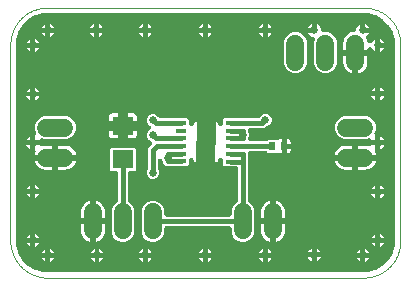
<source format=gtl>
G04 EAGLE Gerber X2 export*
%TF.Part,Single*%
%TF.FileFunction,Other,Top Layer*%
%TF.FilePolarity,Positive*%
%TF.GenerationSoftware,Autodesk,EAGLE,9.0.0*%
%TF.CreationDate,2018-05-03T06:14:30Z*%
G75*
%MOMM*%
%FSLAX35Y35*%
%LPD*%
%AMOC8*
5,1,8,0,0,1.08239X$1,22.5*%
G01*
%ADD10C,0.100000*%
%ADD11C,0.101600*%
%ADD12R,0.900000X0.400000*%
%ADD13R,1.600000X2.900000*%
%ADD14C,0.600000*%
%ADD15R,0.600000X0.700000*%
%ADD16C,1.524000*%
%ADD17R,1.803000X1.600000*%
%ADD18C,0.650000*%
%ADD19C,0.406400*%
%ADD20C,1.600200*%

G36*
X321301Y45737D02*
X321301Y45737D01*
X321513Y45724D01*
X328201Y45849D01*
X329772Y45720D01*
X2972228Y45720D01*
X2972346Y45732D01*
X2972465Y45722D01*
X2973642Y45853D01*
X2980480Y45724D01*
X2980650Y45738D01*
X2980863Y45720D01*
X2987641Y45720D01*
X2988067Y45763D01*
X2988620Y45744D01*
X3019593Y47238D01*
X3019966Y47294D01*
X3020344Y47288D01*
X3023376Y47800D01*
X3023577Y47830D01*
X3023598Y47838D01*
X3023627Y47843D01*
X3087273Y64044D01*
X3088268Y64405D01*
X3089291Y64671D01*
X3090334Y65156D01*
X3091058Y65419D01*
X3091570Y65731D01*
X3092310Y66075D01*
X3149392Y98556D01*
X3150253Y99166D01*
X3151172Y99695D01*
X3152051Y100441D01*
X3152678Y100884D01*
X3153087Y101319D01*
X3153711Y101848D01*
X3200151Y148288D01*
X3200821Y149106D01*
X3201566Y149858D01*
X3202215Y150808D01*
X3202703Y151404D01*
X3202983Y151933D01*
X3203444Y152607D01*
X3235925Y209689D01*
X3236354Y210655D01*
X3236873Y211578D01*
X3237248Y212667D01*
X3237560Y213369D01*
X3237690Y213953D01*
X3237956Y214726D01*
X3254157Y278373D01*
X3254214Y278746D01*
X3254329Y279105D01*
X3254727Y282141D01*
X3254759Y282354D01*
X3254758Y282378D01*
X3254761Y282406D01*
X3256256Y313383D01*
X3256234Y313808D01*
X3256279Y314362D01*
X3256279Y321130D01*
X3256263Y321299D01*
X3256276Y321512D01*
X3256150Y328201D01*
X3256279Y329772D01*
X3256279Y1956228D01*
X3256268Y1956343D01*
X3256278Y1956459D01*
X3256147Y1957638D01*
X3256276Y1964488D01*
X3256262Y1964660D01*
X3256279Y1964870D01*
X3256279Y1971638D01*
X3256237Y1972064D01*
X3256256Y1972617D01*
X3254761Y2003593D01*
X3254706Y2003966D01*
X3254711Y2004344D01*
X3254199Y2007378D01*
X3254170Y2007577D01*
X3254162Y2007598D01*
X3254157Y2007627D01*
X3237956Y2071273D01*
X3237594Y2072268D01*
X3237329Y2073291D01*
X3236844Y2074334D01*
X3236581Y2075058D01*
X3236269Y2075570D01*
X3235925Y2076310D01*
X3203444Y2133392D01*
X3202834Y2134253D01*
X3202305Y2135172D01*
X3201560Y2136051D01*
X3201115Y2136678D01*
X3200679Y2137088D01*
X3200151Y2137711D01*
X3153711Y2184151D01*
X3152894Y2184820D01*
X3152142Y2185566D01*
X3151193Y2186214D01*
X3150596Y2186703D01*
X3150065Y2186984D01*
X3149392Y2187444D01*
X3092310Y2219925D01*
X3091345Y2220354D01*
X3090422Y2220873D01*
X3089333Y2221248D01*
X3088630Y2221560D01*
X3088047Y2221690D01*
X3087273Y2221956D01*
X3023627Y2238157D01*
X3023253Y2238214D01*
X3022895Y2238329D01*
X3019858Y2238727D01*
X3019646Y2238759D01*
X3019622Y2238758D01*
X3019594Y2238761D01*
X2988617Y2240256D01*
X2988191Y2240234D01*
X2987638Y2240279D01*
X2980871Y2240279D01*
X2980702Y2240263D01*
X2980489Y2240276D01*
X2973798Y2240150D01*
X2972228Y2240279D01*
X329772Y2240279D01*
X329657Y2240268D01*
X329541Y2240278D01*
X328362Y2240147D01*
X321510Y2240276D01*
X321338Y2240262D01*
X321128Y2240279D01*
X314362Y2240279D01*
X313936Y2240237D01*
X313383Y2240256D01*
X282406Y2238761D01*
X282034Y2238706D01*
X281656Y2238711D01*
X278621Y2238199D01*
X278423Y2238170D01*
X278402Y2238162D01*
X278373Y2238157D01*
X214726Y2221956D01*
X213731Y2221594D01*
X212708Y2221329D01*
X211666Y2220844D01*
X210942Y2220581D01*
X210429Y2220269D01*
X209690Y2219925D01*
X152608Y2187444D01*
X151747Y2186834D01*
X150828Y2186305D01*
X149949Y2185560D01*
X149322Y2185115D01*
X148911Y2184679D01*
X148289Y2184151D01*
X101848Y2137711D01*
X101179Y2136894D01*
X100434Y2136142D01*
X99786Y2135193D01*
X99297Y2134596D01*
X99015Y2134065D01*
X98556Y2133392D01*
X66075Y2076310D01*
X65646Y2075345D01*
X65127Y2074422D01*
X64752Y2073333D01*
X64440Y2072630D01*
X64310Y2072047D01*
X64044Y2071273D01*
X47843Y2007627D01*
X47786Y2007253D01*
X47671Y2006895D01*
X47273Y2003858D01*
X47241Y2003645D01*
X47242Y2003621D01*
X47238Y2003593D01*
X45744Y1972616D01*
X45766Y1972190D01*
X45720Y1971637D01*
X45720Y1964873D01*
X45737Y1964703D01*
X45724Y1964491D01*
X45849Y1957798D01*
X45720Y1956228D01*
X45720Y329772D01*
X45732Y329657D01*
X45722Y329541D01*
X45853Y328362D01*
X45724Y321508D01*
X45738Y321337D01*
X45720Y321127D01*
X45720Y314363D01*
X45763Y313936D01*
X45744Y313383D01*
X47238Y282406D01*
X47294Y282034D01*
X47288Y281656D01*
X47801Y278621D01*
X47830Y278423D01*
X47838Y278402D01*
X47843Y278373D01*
X64044Y214726D01*
X64405Y213731D01*
X64671Y212708D01*
X65156Y211666D01*
X65419Y210942D01*
X65731Y210429D01*
X66075Y209690D01*
X98556Y152608D01*
X99166Y151747D01*
X99695Y150828D01*
X100440Y149949D01*
X100884Y149322D01*
X101320Y148911D01*
X101848Y148289D01*
X148289Y101848D01*
X149106Y101179D01*
X149858Y100434D01*
X150807Y99786D01*
X151404Y99297D01*
X151935Y99015D01*
X152608Y98556D01*
X209690Y66075D01*
X210655Y65646D01*
X211578Y65127D01*
X212667Y64752D01*
X213370Y64440D01*
X213953Y64310D01*
X214726Y64044D01*
X278373Y47843D01*
X278747Y47786D01*
X279105Y47671D01*
X282142Y47273D01*
X282354Y47241D01*
X282378Y47242D01*
X282406Y47238D01*
X313382Y45744D01*
X313808Y45766D01*
X314361Y45720D01*
X321132Y45720D01*
X321301Y45737D01*
G37*
%LPC*%
G36*
X1187365Y303849D02*
X1187365Y303849D01*
X1152006Y318496D01*
X1124946Y345556D01*
X1110299Y380915D01*
X1110299Y571585D01*
X1124946Y606944D01*
X1152006Y634004D01*
X1187365Y648650D01*
X1225635Y648650D01*
X1260994Y634004D01*
X1288054Y606944D01*
X1302700Y571585D01*
X1302700Y536890D01*
X1302718Y536714D01*
X1302703Y536540D01*
X1302918Y534706D01*
X1303099Y532883D01*
X1303151Y532715D01*
X1303171Y532540D01*
X1303743Y530785D01*
X1304281Y529033D01*
X1304364Y528879D01*
X1304419Y528711D01*
X1305325Y527104D01*
X1306198Y525492D01*
X1306310Y525357D01*
X1306397Y525204D01*
X1307597Y523813D01*
X1308776Y522398D01*
X1308913Y522288D01*
X1309028Y522155D01*
X1310473Y521033D01*
X1311913Y519874D01*
X1312070Y519793D01*
X1312208Y519685D01*
X1313849Y518869D01*
X1315487Y518018D01*
X1315657Y517969D01*
X1315813Y517891D01*
X1317581Y517415D01*
X1319357Y516903D01*
X1319533Y516889D01*
X1319702Y516843D01*
X1323020Y516570D01*
X1851980Y516570D01*
X1852155Y516588D01*
X1852330Y516573D01*
X1854157Y516787D01*
X1855987Y516969D01*
X1856154Y517021D01*
X1856330Y517041D01*
X1858085Y517613D01*
X1859837Y518151D01*
X1859991Y518234D01*
X1860158Y518289D01*
X1861766Y519195D01*
X1863378Y520068D01*
X1863513Y520180D01*
X1863666Y520267D01*
X1865057Y521467D01*
X1866471Y522646D01*
X1866582Y522783D01*
X1866714Y522898D01*
X1867837Y524343D01*
X1868996Y525783D01*
X1869077Y525940D01*
X1869184Y526078D01*
X1870001Y527719D01*
X1870852Y529357D01*
X1870900Y529527D01*
X1870978Y529683D01*
X1871455Y531451D01*
X1871967Y533227D01*
X1871981Y533403D01*
X1872027Y533572D01*
X1872299Y536890D01*
X1872299Y571585D01*
X1886946Y606944D01*
X1914006Y634004D01*
X1915636Y634679D01*
X1915829Y634783D01*
X1916038Y634851D01*
X1917607Y635736D01*
X1919185Y636582D01*
X1919354Y636721D01*
X1919546Y636829D01*
X1920908Y638005D01*
X1922290Y639146D01*
X1922428Y639317D01*
X1922594Y639460D01*
X1923692Y640873D01*
X1924828Y642273D01*
X1924930Y642468D01*
X1925064Y642641D01*
X1925862Y644244D01*
X1926699Y645838D01*
X1926761Y646049D01*
X1926858Y646246D01*
X1927326Y647980D01*
X1927830Y649703D01*
X1927849Y649922D01*
X1927907Y650134D01*
X1928179Y653452D01*
X1928179Y922360D01*
X1928162Y922535D01*
X1928176Y922710D01*
X1927963Y924537D01*
X1927780Y926367D01*
X1927729Y926534D01*
X1927708Y926710D01*
X1927137Y928465D01*
X1926599Y930217D01*
X1926516Y930371D01*
X1926461Y930538D01*
X1925554Y932146D01*
X1924682Y933758D01*
X1924569Y933893D01*
X1924483Y934046D01*
X1923283Y935437D01*
X1922104Y936851D01*
X1921966Y936962D01*
X1921852Y937094D01*
X1920407Y938217D01*
X1918966Y939376D01*
X1918809Y939457D01*
X1918671Y939564D01*
X1917030Y940381D01*
X1915393Y941232D01*
X1915223Y941280D01*
X1915066Y941358D01*
X1913298Y941835D01*
X1911523Y942347D01*
X1911347Y942361D01*
X1911178Y942407D01*
X1907860Y942679D01*
X1844055Y942679D01*
X1843880Y942727D01*
X1840562Y942999D01*
X1812715Y942999D01*
X1800999Y954715D01*
X1800999Y993101D01*
X1800863Y994468D01*
X1800814Y995841D01*
X1800664Y996467D01*
X1800600Y997108D01*
X1800198Y998421D01*
X1799878Y999758D01*
X1799608Y1000342D01*
X1799419Y1000958D01*
X1798765Y1002166D01*
X1798188Y1003413D01*
X1797808Y1003933D01*
X1797502Y1004499D01*
X1796622Y1005554D01*
X1795811Y1006663D01*
X1795336Y1007098D01*
X1794924Y1007593D01*
X1793853Y1008454D01*
X1792840Y1009381D01*
X1792288Y1009713D01*
X1791786Y1010117D01*
X1790568Y1010749D01*
X1789391Y1011459D01*
X1788783Y1011677D01*
X1788213Y1011973D01*
X1786895Y1012353D01*
X1785599Y1012816D01*
X1784962Y1012909D01*
X1784343Y1013088D01*
X1782974Y1013200D01*
X1781615Y1013399D01*
X1780972Y1013365D01*
X1780330Y1013418D01*
X1778967Y1013258D01*
X1777594Y1013185D01*
X1776970Y1013024D01*
X1776330Y1012950D01*
X1775023Y1012524D01*
X1773694Y1012182D01*
X1773115Y1011902D01*
X1772502Y1011702D01*
X1771303Y1011027D01*
X1770068Y1010429D01*
X1769555Y1010041D01*
X1768994Y1009724D01*
X1767954Y1008827D01*
X1766859Y1007997D01*
X1766433Y1007513D01*
X1765946Y1007093D01*
X1765103Y1006009D01*
X1764193Y1004978D01*
X1763871Y1004421D01*
X1763476Y1003913D01*
X1762864Y1002683D01*
X1762175Y1001494D01*
X1761926Y1000799D01*
X1761682Y1000308D01*
X1761472Y999531D01*
X1761053Y998359D01*
X1759669Y993196D01*
X1756325Y987403D01*
X1751597Y982675D01*
X1745804Y979330D01*
X1739344Y977599D01*
X1695999Y977599D01*
X1695999Y1128318D01*
X1695982Y1128493D01*
X1695996Y1128668D01*
X1695783Y1130495D01*
X1695600Y1132325D01*
X1695549Y1132492D01*
X1695528Y1132668D01*
X1694957Y1134423D01*
X1694419Y1136174D01*
X1694336Y1136328D01*
X1694281Y1136496D01*
X1693374Y1138104D01*
X1692502Y1139716D01*
X1692389Y1139850D01*
X1692303Y1140004D01*
X1691103Y1141395D01*
X1689924Y1142809D01*
X1689786Y1142920D01*
X1689672Y1143052D01*
X1688227Y1144174D01*
X1686786Y1145333D01*
X1686629Y1145415D01*
X1686491Y1145522D01*
X1684850Y1146339D01*
X1683213Y1147189D01*
X1683043Y1147238D01*
X1682886Y1147316D01*
X1681118Y1147793D01*
X1680474Y1147978D01*
X1681785Y1148405D01*
X1683537Y1148943D01*
X1683691Y1149026D01*
X1683858Y1149081D01*
X1685466Y1149988D01*
X1687078Y1150860D01*
X1687213Y1150973D01*
X1687366Y1151059D01*
X1688757Y1152259D01*
X1690171Y1153438D01*
X1690282Y1153576D01*
X1690414Y1153690D01*
X1691533Y1155130D01*
X1692696Y1156576D01*
X1692777Y1156733D01*
X1692884Y1156871D01*
X1693701Y1158512D01*
X1694552Y1160149D01*
X1694600Y1160319D01*
X1694678Y1160476D01*
X1695155Y1162243D01*
X1695667Y1164019D01*
X1695681Y1164195D01*
X1695727Y1164364D01*
X1695999Y1167682D01*
X1695999Y1318400D01*
X1739344Y1318400D01*
X1745804Y1316669D01*
X1751597Y1313325D01*
X1756325Y1308597D01*
X1759669Y1302804D01*
X1761053Y1297640D01*
X1761538Y1296355D01*
X1761941Y1295042D01*
X1762247Y1294476D01*
X1762475Y1293873D01*
X1763206Y1292707D01*
X1763858Y1291501D01*
X1764270Y1291007D01*
X1764613Y1290460D01*
X1765556Y1289463D01*
X1766436Y1288407D01*
X1766939Y1288003D01*
X1767381Y1287536D01*
X1768501Y1286746D01*
X1769574Y1285883D01*
X1770146Y1285585D01*
X1770672Y1285215D01*
X1771928Y1284660D01*
X1773148Y1284027D01*
X1773766Y1283849D01*
X1774355Y1283588D01*
X1775697Y1283292D01*
X1777017Y1282912D01*
X1777659Y1282859D01*
X1778288Y1282720D01*
X1779663Y1282694D01*
X1781030Y1282582D01*
X1781668Y1282657D01*
X1782314Y1282645D01*
X1783667Y1282891D01*
X1785030Y1283050D01*
X1785642Y1283250D01*
X1786276Y1283365D01*
X1787551Y1283871D01*
X1788858Y1284298D01*
X1789421Y1284614D01*
X1790018Y1284852D01*
X1791168Y1285600D01*
X1792366Y1286276D01*
X1792853Y1286696D01*
X1793393Y1287048D01*
X1794376Y1288010D01*
X1795414Y1288907D01*
X1795809Y1289415D01*
X1796269Y1289866D01*
X1797042Y1291003D01*
X1797884Y1292087D01*
X1798171Y1292663D01*
X1798533Y1293196D01*
X1799068Y1294465D01*
X1799678Y1295692D01*
X1799846Y1296312D01*
X1800096Y1296908D01*
X1800370Y1298257D01*
X1800727Y1299580D01*
X1800787Y1300315D01*
X1800896Y1300854D01*
X1800898Y1301659D01*
X1800999Y1302898D01*
X1800999Y1336285D01*
X1812715Y1348000D01*
X1840562Y1348000D01*
X1840825Y1348027D01*
X1841087Y1348007D01*
X1842822Y1348225D01*
X1843775Y1348320D01*
X2094736Y1348320D01*
X2094954Y1348342D01*
X2095173Y1348325D01*
X2096956Y1348542D01*
X2098743Y1348719D01*
X2098953Y1348784D01*
X2099171Y1348810D01*
X2100872Y1349373D01*
X2102592Y1349901D01*
X2102786Y1350006D01*
X2102994Y1350074D01*
X2104550Y1350961D01*
X2106133Y1351818D01*
X2106303Y1351959D01*
X2106493Y1352068D01*
X2107845Y1353244D01*
X2109227Y1354396D01*
X2109364Y1354567D01*
X2109530Y1354711D01*
X2110624Y1356133D01*
X2111751Y1357533D01*
X2111853Y1357729D01*
X2111986Y1357903D01*
X2113508Y1360864D01*
X2114492Y1363239D01*
X2129260Y1378008D01*
X2148557Y1386000D01*
X2169443Y1386000D01*
X2188739Y1378008D01*
X2203508Y1363239D01*
X2211500Y1343943D01*
X2211500Y1323057D01*
X2203508Y1303760D01*
X2188739Y1288992D01*
X2168653Y1280672D01*
X2167931Y1280600D01*
X2167678Y1280523D01*
X2167417Y1280490D01*
X2165757Y1279933D01*
X2164081Y1279419D01*
X2163849Y1279293D01*
X2163599Y1279210D01*
X2162077Y1278334D01*
X2160540Y1277502D01*
X2160338Y1277333D01*
X2160109Y1277202D01*
X2157570Y1275048D01*
X2150202Y1267679D01*
X2030394Y1267679D01*
X2030264Y1267666D01*
X2030132Y1267678D01*
X2028252Y1267466D01*
X2026388Y1267280D01*
X2026262Y1267242D01*
X2026130Y1267227D01*
X2024330Y1266649D01*
X2022538Y1266099D01*
X2022422Y1266037D01*
X2022296Y1265996D01*
X2020646Y1265075D01*
X2018997Y1264182D01*
X2018895Y1264097D01*
X2018780Y1264033D01*
X2017350Y1262809D01*
X2015903Y1261604D01*
X2015820Y1261501D01*
X2015720Y1261415D01*
X2014558Y1259933D01*
X2013379Y1258466D01*
X2013318Y1258349D01*
X2013237Y1258245D01*
X2012389Y1256560D01*
X2011523Y1254893D01*
X2011486Y1254766D01*
X2011427Y1254648D01*
X2010929Y1252831D01*
X2010408Y1251023D01*
X2010397Y1250891D01*
X2010362Y1250764D01*
X2010233Y1248889D01*
X2010078Y1247010D01*
X2010093Y1246879D01*
X2010084Y1246747D01*
X2010326Y1244890D01*
X2010546Y1243010D01*
X2010587Y1242884D01*
X2010604Y1242754D01*
X2011622Y1239584D01*
X2021000Y1216943D01*
X2021000Y1196057D01*
X2014936Y1181416D01*
X2014897Y1181289D01*
X2014837Y1181172D01*
X2014317Y1179367D01*
X2013771Y1177561D01*
X2013758Y1177430D01*
X2013722Y1177303D01*
X2013567Y1175425D01*
X2013389Y1173553D01*
X2013403Y1173421D01*
X2013392Y1173290D01*
X2013612Y1171406D01*
X2013805Y1169547D01*
X2013844Y1169422D01*
X2013860Y1169290D01*
X2014448Y1167486D01*
X2015003Y1165703D01*
X2015066Y1165588D01*
X2015107Y1165461D01*
X2016035Y1163816D01*
X2016936Y1162170D01*
X2017020Y1162069D01*
X2017085Y1161954D01*
X2018317Y1160527D01*
X2019527Y1159088D01*
X2019630Y1159005D01*
X2019716Y1158905D01*
X2021198Y1157755D01*
X2022675Y1156577D01*
X2022793Y1156516D01*
X2022897Y1156435D01*
X2024572Y1155602D01*
X2026257Y1154736D01*
X2026384Y1154700D01*
X2026502Y1154641D01*
X2028321Y1154151D01*
X2030131Y1153638D01*
X2030262Y1153628D01*
X2030390Y1153593D01*
X2033708Y1153320D01*
X2156369Y1153320D01*
X2156632Y1153347D01*
X2156894Y1153327D01*
X2158629Y1153545D01*
X2160376Y1153719D01*
X2160628Y1153797D01*
X2160889Y1153830D01*
X2162549Y1154386D01*
X2164225Y1154901D01*
X2164457Y1155026D01*
X2164707Y1155110D01*
X2166229Y1155986D01*
X2167767Y1156818D01*
X2167968Y1156986D01*
X2168198Y1157118D01*
X2170737Y1159272D01*
X2179465Y1168000D01*
X2260156Y1168000D01*
X2260322Y1167943D01*
X2260784Y1167879D01*
X2261231Y1167746D01*
X2262777Y1167605D01*
X2264311Y1167394D01*
X2264775Y1167423D01*
X2265241Y1167380D01*
X2266787Y1167547D01*
X2268330Y1167643D01*
X2268780Y1167763D01*
X2269245Y1167813D01*
X2270724Y1168281D01*
X2272222Y1168679D01*
X2272697Y1168904D01*
X2273084Y1169027D01*
X2273846Y1169448D01*
X2275232Y1170102D01*
X2277946Y1171669D01*
X2284406Y1173400D01*
X2297429Y1173400D01*
X2297429Y1113003D01*
X2297429Y1113000D01*
X2297429Y1112997D01*
X2297429Y1052599D01*
X2284406Y1052599D01*
X2277946Y1054330D01*
X2275232Y1055898D01*
X2273815Y1056538D01*
X2272436Y1057238D01*
X2271988Y1057363D01*
X2271562Y1057556D01*
X2270049Y1057903D01*
X2268557Y1058319D01*
X2268091Y1058353D01*
X2267637Y1058457D01*
X2266090Y1058500D01*
X2264541Y1058613D01*
X2264078Y1058555D01*
X2263612Y1058568D01*
X2262085Y1058304D01*
X2260546Y1058110D01*
X2260217Y1057999D01*
X2179465Y1057999D01*
X2170737Y1066728D01*
X2170533Y1066894D01*
X2170361Y1067094D01*
X2168979Y1068167D01*
X2167621Y1069279D01*
X2167387Y1069403D01*
X2167180Y1069564D01*
X2165618Y1070342D01*
X2164064Y1071166D01*
X2163810Y1071241D01*
X2163575Y1071358D01*
X2161886Y1071814D01*
X2160204Y1072314D01*
X2159942Y1072338D01*
X2159687Y1072407D01*
X2156369Y1072679D01*
X2029140Y1072679D01*
X2028964Y1072662D01*
X2028790Y1072676D01*
X2026963Y1072463D01*
X2025133Y1072280D01*
X2024965Y1072229D01*
X2024790Y1072208D01*
X2023035Y1071637D01*
X2021283Y1071099D01*
X2021129Y1071016D01*
X2020961Y1070961D01*
X2019354Y1070054D01*
X2017742Y1069182D01*
X2017607Y1069069D01*
X2017454Y1068983D01*
X2016063Y1067783D01*
X2014648Y1066604D01*
X2014538Y1066466D01*
X2014405Y1066352D01*
X2013283Y1064907D01*
X2012124Y1063466D01*
X2012043Y1063309D01*
X2011935Y1063171D01*
X2011119Y1061530D01*
X2010268Y1059893D01*
X2010219Y1059723D01*
X2010141Y1059566D01*
X2009662Y1057787D01*
X2009153Y1056023D01*
X2009139Y1055847D01*
X2009093Y1055678D01*
X2008820Y1052360D01*
X2008820Y653452D01*
X2008842Y653234D01*
X2008825Y653014D01*
X2009042Y651225D01*
X2009219Y649445D01*
X2009284Y649235D01*
X2009310Y649017D01*
X2009873Y647314D01*
X2010401Y645596D01*
X2010506Y645402D01*
X2010574Y645194D01*
X2011462Y643635D01*
X2012318Y642054D01*
X2012459Y641886D01*
X2012568Y641695D01*
X2013745Y640343D01*
X2014896Y638961D01*
X2015068Y638823D01*
X2015212Y638658D01*
X2016633Y637563D01*
X2018033Y636437D01*
X2018228Y636335D01*
X2018403Y636201D01*
X2021364Y634679D01*
X2022994Y634004D01*
X2050054Y606944D01*
X2064700Y571585D01*
X2064700Y380915D01*
X2050054Y345556D01*
X2022994Y318496D01*
X1987635Y303849D01*
X1949365Y303849D01*
X1914006Y318496D01*
X1886946Y345556D01*
X1872299Y380915D01*
X1872299Y415610D01*
X1872282Y415785D01*
X1872296Y415960D01*
X1872083Y417787D01*
X1871900Y419617D01*
X1871849Y419784D01*
X1871828Y419960D01*
X1871257Y421715D01*
X1870719Y423467D01*
X1870636Y423621D01*
X1870581Y423788D01*
X1869674Y425396D01*
X1868802Y427008D01*
X1868689Y427143D01*
X1868603Y427296D01*
X1867403Y428687D01*
X1866224Y430101D01*
X1866086Y430212D01*
X1865972Y430344D01*
X1864527Y431467D01*
X1863086Y432626D01*
X1862929Y432707D01*
X1862791Y432814D01*
X1861150Y433631D01*
X1859513Y434482D01*
X1859343Y434530D01*
X1859186Y434608D01*
X1857418Y435085D01*
X1855643Y435597D01*
X1855467Y435611D01*
X1855298Y435657D01*
X1851980Y435929D01*
X1323020Y435929D01*
X1322844Y435912D01*
X1322670Y435926D01*
X1320843Y435713D01*
X1319013Y435530D01*
X1318845Y435479D01*
X1318670Y435458D01*
X1316915Y434887D01*
X1315163Y434349D01*
X1315009Y434266D01*
X1314841Y434211D01*
X1313234Y433304D01*
X1311622Y432432D01*
X1311487Y432319D01*
X1311334Y432233D01*
X1309943Y431033D01*
X1308528Y429854D01*
X1308418Y429716D01*
X1308285Y429602D01*
X1307163Y428157D01*
X1306004Y426716D01*
X1305923Y426559D01*
X1305815Y426421D01*
X1304999Y424780D01*
X1304148Y423143D01*
X1304099Y422973D01*
X1304021Y422816D01*
X1303545Y421048D01*
X1303033Y419273D01*
X1303019Y419097D01*
X1302973Y418928D01*
X1302700Y415610D01*
X1302700Y380915D01*
X1288054Y345556D01*
X1260994Y318496D01*
X1225635Y303849D01*
X1187365Y303849D01*
G37*
%LPD*%
%LPC*%
G36*
X1196057Y836499D02*
X1196057Y836499D01*
X1176760Y844492D01*
X1161992Y859260D01*
X1153999Y878557D01*
X1153999Y899443D01*
X1162319Y919528D01*
X1162779Y920090D01*
X1162903Y920324D01*
X1163064Y920532D01*
X1163842Y922094D01*
X1164666Y923648D01*
X1164741Y923901D01*
X1164858Y924137D01*
X1165314Y925826D01*
X1165814Y927508D01*
X1165838Y927770D01*
X1165907Y928025D01*
X1166179Y931343D01*
X1166179Y1096202D01*
X1194297Y1124319D01*
X1194380Y1124420D01*
X1194481Y1124506D01*
X1195653Y1125975D01*
X1196848Y1127434D01*
X1196910Y1127552D01*
X1196992Y1127654D01*
X1197845Y1129314D01*
X1198735Y1130992D01*
X1198772Y1131118D01*
X1198833Y1131236D01*
X1199347Y1133050D01*
X1199883Y1134851D01*
X1199895Y1134982D01*
X1199931Y1135110D01*
X1200077Y1136990D01*
X1200248Y1138862D01*
X1200233Y1138993D01*
X1200243Y1139124D01*
X1200017Y1140987D01*
X1199814Y1142865D01*
X1199774Y1142990D01*
X1199758Y1143122D01*
X1199166Y1144912D01*
X1198599Y1146704D01*
X1198536Y1146820D01*
X1198494Y1146945D01*
X1197564Y1148578D01*
X1196652Y1150229D01*
X1196566Y1150329D01*
X1196501Y1150444D01*
X1195262Y1151867D01*
X1194047Y1153300D01*
X1193943Y1153382D01*
X1193857Y1153481D01*
X1192370Y1154626D01*
X1190888Y1155797D01*
X1190770Y1155858D01*
X1190666Y1155938D01*
X1187704Y1157459D01*
X1176760Y1161993D01*
X1161992Y1176760D01*
X1153999Y1196057D01*
X1153999Y1216943D01*
X1161992Y1236239D01*
X1176760Y1251008D01*
X1177292Y1251228D01*
X1177369Y1251269D01*
X1177453Y1251295D01*
X1179155Y1252226D01*
X1180841Y1253130D01*
X1180908Y1253185D01*
X1180986Y1253228D01*
X1182468Y1254474D01*
X1183945Y1255694D01*
X1184001Y1255763D01*
X1184068Y1255820D01*
X1185264Y1257319D01*
X1186483Y1258821D01*
X1186524Y1258900D01*
X1186579Y1258968D01*
X1187450Y1260664D01*
X1188354Y1262386D01*
X1188379Y1262472D01*
X1188419Y1262550D01*
X1188940Y1264386D01*
X1189486Y1266251D01*
X1189494Y1266339D01*
X1189518Y1266424D01*
X1189666Y1268331D01*
X1189833Y1270263D01*
X1189823Y1270351D01*
X1189830Y1270439D01*
X1189597Y1272355D01*
X1189382Y1274264D01*
X1189355Y1274348D01*
X1189345Y1274436D01*
X1188734Y1276283D01*
X1188151Y1278098D01*
X1188108Y1278175D01*
X1188080Y1278259D01*
X1187128Y1279931D01*
X1186188Y1281614D01*
X1186130Y1281682D01*
X1186087Y1281758D01*
X1184846Y1283183D01*
X1183570Y1284674D01*
X1183500Y1284729D01*
X1183443Y1284795D01*
X1181930Y1285959D01*
X1180401Y1287158D01*
X1180321Y1287198D01*
X1180252Y1287251D01*
X1177290Y1288773D01*
X1176760Y1288993D01*
X1161992Y1303760D01*
X1153999Y1323057D01*
X1153999Y1343943D01*
X1161992Y1363239D01*
X1176760Y1378008D01*
X1196057Y1386000D01*
X1216943Y1386000D01*
X1236239Y1378008D01*
X1251007Y1363240D01*
X1251577Y1361864D01*
X1251681Y1361671D01*
X1251749Y1361461D01*
X1252630Y1359899D01*
X1253479Y1358315D01*
X1253619Y1358145D01*
X1253727Y1357954D01*
X1254898Y1356597D01*
X1256043Y1355210D01*
X1256214Y1355072D01*
X1256358Y1354905D01*
X1257777Y1353803D01*
X1259170Y1352673D01*
X1259364Y1352570D01*
X1259538Y1352435D01*
X1261143Y1351637D01*
X1262735Y1350801D01*
X1262947Y1350739D01*
X1263143Y1350641D01*
X1264874Y1350175D01*
X1266600Y1349669D01*
X1266819Y1349650D01*
X1267032Y1349593D01*
X1270350Y1349320D01*
X1467945Y1349320D01*
X1468120Y1349273D01*
X1471438Y1349000D01*
X1499285Y1349000D01*
X1511000Y1337285D01*
X1511000Y1302898D01*
X1511137Y1301531D01*
X1511186Y1300159D01*
X1511336Y1299533D01*
X1511399Y1298892D01*
X1511802Y1297578D01*
X1512122Y1296242D01*
X1512392Y1295658D01*
X1512581Y1295042D01*
X1513235Y1293833D01*
X1513811Y1292587D01*
X1514191Y1292067D01*
X1514498Y1291501D01*
X1515378Y1290445D01*
X1516188Y1289337D01*
X1516663Y1288902D01*
X1517076Y1288407D01*
X1518147Y1287545D01*
X1519160Y1286619D01*
X1519711Y1286287D01*
X1520213Y1285883D01*
X1521432Y1285250D01*
X1522609Y1284541D01*
X1523217Y1284323D01*
X1523787Y1284027D01*
X1525105Y1283647D01*
X1526400Y1283183D01*
X1527038Y1283090D01*
X1527657Y1282912D01*
X1529026Y1282799D01*
X1530385Y1282601D01*
X1531028Y1282635D01*
X1531670Y1282582D01*
X1533033Y1282742D01*
X1534406Y1282815D01*
X1535030Y1282975D01*
X1535669Y1283050D01*
X1536976Y1283476D01*
X1538306Y1283818D01*
X1538885Y1284098D01*
X1539498Y1284298D01*
X1540696Y1284973D01*
X1541932Y1285570D01*
X1542444Y1285959D01*
X1543006Y1286276D01*
X1544045Y1287173D01*
X1545140Y1288003D01*
X1545567Y1288486D01*
X1546054Y1288907D01*
X1546896Y1289991D01*
X1547806Y1291021D01*
X1548129Y1291579D01*
X1548524Y1292087D01*
X1549136Y1293317D01*
X1549825Y1294506D01*
X1550073Y1295201D01*
X1550318Y1295692D01*
X1550528Y1296469D01*
X1550947Y1297640D01*
X1552330Y1302804D01*
X1555675Y1308597D01*
X1560403Y1313325D01*
X1566195Y1316669D01*
X1572656Y1318400D01*
X1616000Y1318400D01*
X1616000Y1167682D01*
X1616018Y1167507D01*
X1616003Y1167332D01*
X1616217Y1165505D01*
X1616399Y1163675D01*
X1616450Y1163508D01*
X1616471Y1163332D01*
X1617043Y1161577D01*
X1617580Y1159825D01*
X1617664Y1159671D01*
X1617718Y1159503D01*
X1618625Y1157896D01*
X1619498Y1156284D01*
X1619610Y1156149D01*
X1619697Y1155996D01*
X1620897Y1154605D01*
X1622076Y1153191D01*
X1622213Y1153080D01*
X1622328Y1152948D01*
X1623773Y1151825D01*
X1625213Y1150666D01*
X1625370Y1150585D01*
X1625508Y1150478D01*
X1627149Y1149661D01*
X1628787Y1148810D01*
X1628956Y1148762D01*
X1629113Y1148683D01*
X1630881Y1148207D01*
X1631525Y1148021D01*
X1630215Y1147594D01*
X1628463Y1147057D01*
X1628309Y1146973D01*
X1628141Y1146919D01*
X1626533Y1146012D01*
X1624922Y1145139D01*
X1624787Y1145027D01*
X1624633Y1144941D01*
X1623243Y1143740D01*
X1621828Y1142562D01*
X1621718Y1142424D01*
X1621585Y1142310D01*
X1620463Y1140865D01*
X1619304Y1139424D01*
X1619222Y1139267D01*
X1619115Y1139129D01*
X1618298Y1137488D01*
X1617448Y1135850D01*
X1617399Y1135681D01*
X1617321Y1135524D01*
X1616844Y1133756D01*
X1616333Y1131981D01*
X1616318Y1131805D01*
X1616273Y1131636D01*
X1616000Y1128318D01*
X1616000Y977599D01*
X1572656Y977599D01*
X1566195Y979330D01*
X1560403Y982675D01*
X1555675Y987403D01*
X1552330Y993196D01*
X1550947Y998359D01*
X1550462Y999645D01*
X1550059Y1000958D01*
X1549753Y1001523D01*
X1549525Y1002127D01*
X1548794Y1003293D01*
X1548141Y1004499D01*
X1547729Y1004993D01*
X1547387Y1005540D01*
X1546443Y1006537D01*
X1545563Y1007593D01*
X1545061Y1007997D01*
X1544619Y1008464D01*
X1543499Y1009254D01*
X1542426Y1010117D01*
X1541853Y1010414D01*
X1541328Y1010785D01*
X1540072Y1011339D01*
X1538852Y1011973D01*
X1538234Y1012151D01*
X1537644Y1012411D01*
X1536303Y1012708D01*
X1534983Y1013088D01*
X1534341Y1013141D01*
X1533712Y1013279D01*
X1532337Y1013305D01*
X1530970Y1013418D01*
X1530332Y1013343D01*
X1529686Y1013355D01*
X1528333Y1013109D01*
X1526970Y1012950D01*
X1526358Y1012750D01*
X1525724Y1012635D01*
X1524449Y1012128D01*
X1523141Y1011702D01*
X1522579Y1011385D01*
X1521982Y1011148D01*
X1520831Y1010399D01*
X1519634Y1009724D01*
X1519147Y1009304D01*
X1518606Y1008952D01*
X1517624Y1007989D01*
X1516585Y1007093D01*
X1516191Y1006585D01*
X1515730Y1006134D01*
X1514958Y1004997D01*
X1514115Y1003913D01*
X1513829Y1003337D01*
X1513466Y1002803D01*
X1512932Y1001535D01*
X1512321Y1000308D01*
X1512154Y999688D01*
X1511903Y999092D01*
X1511630Y997743D01*
X1511273Y996419D01*
X1511213Y995685D01*
X1511103Y995146D01*
X1511102Y994340D01*
X1511000Y993101D01*
X1511000Y955715D01*
X1499285Y943999D01*
X1471438Y943999D01*
X1471175Y943973D01*
X1470913Y943993D01*
X1469178Y943774D01*
X1468225Y943679D01*
X1316798Y943679D01*
X1293179Y967298D01*
X1293179Y973657D01*
X1293153Y973920D01*
X1293173Y974182D01*
X1292954Y975917D01*
X1292780Y977664D01*
X1292703Y977916D01*
X1292670Y978178D01*
X1292113Y979838D01*
X1291599Y981513D01*
X1291473Y981745D01*
X1291390Y981995D01*
X1290514Y983518D01*
X1289682Y985055D01*
X1289513Y985257D01*
X1289382Y985486D01*
X1289248Y985643D01*
X1285913Y993696D01*
X1285892Y993735D01*
X1285879Y993777D01*
X1284940Y995511D01*
X1284010Y997246D01*
X1283982Y997279D01*
X1283961Y997318D01*
X1282690Y998844D01*
X1281446Y1000350D01*
X1281412Y1000378D01*
X1281383Y1000412D01*
X1279839Y1001654D01*
X1278319Y1002888D01*
X1278280Y1002909D01*
X1278246Y1002936D01*
X1276496Y1003845D01*
X1274754Y1004759D01*
X1274712Y1004772D01*
X1274672Y1004792D01*
X1272756Y1005344D01*
X1270889Y1005891D01*
X1270846Y1005895D01*
X1270803Y1005907D01*
X1268843Y1006068D01*
X1266878Y1006238D01*
X1266833Y1006233D01*
X1266790Y1006237D01*
X1264839Y1006009D01*
X1262876Y1005788D01*
X1262835Y1005774D01*
X1262790Y1005769D01*
X1260872Y1005144D01*
X1259042Y1004557D01*
X1259004Y1004536D01*
X1258961Y1004522D01*
X1257223Y1003542D01*
X1255526Y1002594D01*
X1255492Y1002565D01*
X1255454Y1002543D01*
X1253955Y1001250D01*
X1252466Y999976D01*
X1252439Y999942D01*
X1252405Y999913D01*
X1251198Y998357D01*
X1249982Y996806D01*
X1249962Y996767D01*
X1249935Y996732D01*
X1249046Y994944D01*
X1248173Y993209D01*
X1248161Y993166D01*
X1248141Y993127D01*
X1247638Y991262D01*
X1247108Y989326D01*
X1247104Y989281D01*
X1247093Y989239D01*
X1246820Y985921D01*
X1246820Y931343D01*
X1246847Y931080D01*
X1246827Y930818D01*
X1247045Y929083D01*
X1247219Y927336D01*
X1247297Y927083D01*
X1247330Y926822D01*
X1247886Y925162D01*
X1248401Y923486D01*
X1248526Y923254D01*
X1248610Y923004D01*
X1249486Y921482D01*
X1250318Y919945D01*
X1250486Y919743D01*
X1250618Y919514D01*
X1250752Y919356D01*
X1259000Y899443D01*
X1259000Y878557D01*
X1251008Y859260D01*
X1236239Y844492D01*
X1216943Y836499D01*
X1196057Y836499D01*
G37*
%LPD*%
%LPC*%
G36*
X933365Y303849D02*
X933365Y303849D01*
X898006Y318496D01*
X870946Y345556D01*
X856299Y380915D01*
X856299Y571585D01*
X870946Y606944D01*
X898006Y634004D01*
X899636Y634679D01*
X899829Y634783D01*
X900038Y634851D01*
X901607Y635736D01*
X903185Y636582D01*
X903354Y636721D01*
X903546Y636829D01*
X904908Y638005D01*
X906290Y639146D01*
X906428Y639317D01*
X906594Y639460D01*
X907692Y640873D01*
X908828Y642273D01*
X908930Y642468D01*
X909064Y642641D01*
X909862Y644244D01*
X910699Y645838D01*
X910761Y646049D01*
X910858Y646246D01*
X911326Y647980D01*
X911830Y649703D01*
X911849Y649922D01*
X911907Y650134D01*
X912179Y653452D01*
X912179Y880480D01*
X912162Y880655D01*
X912176Y880830D01*
X911963Y882657D01*
X911780Y884487D01*
X911729Y884654D01*
X911708Y884830D01*
X911137Y886585D01*
X910599Y888337D01*
X910516Y888491D01*
X910461Y888658D01*
X909554Y890266D01*
X908682Y891878D01*
X908569Y892013D01*
X908483Y892166D01*
X907283Y893556D01*
X906104Y894971D01*
X905966Y895082D01*
X905852Y895214D01*
X904407Y896337D01*
X902966Y897496D01*
X902809Y897577D01*
X902671Y897684D01*
X901030Y898501D01*
X899393Y899352D01*
X899223Y899400D01*
X899066Y899478D01*
X897298Y899955D01*
X895523Y900467D01*
X895347Y900481D01*
X895178Y900527D01*
X891860Y900799D01*
X854065Y900799D01*
X842349Y912515D01*
X842349Y1089085D01*
X854065Y1100800D01*
X1050935Y1100800D01*
X1062650Y1089085D01*
X1062650Y912515D01*
X1050935Y900799D01*
X1013140Y900799D01*
X1012964Y900782D01*
X1012790Y900796D01*
X1010963Y900583D01*
X1009133Y900400D01*
X1008965Y900349D01*
X1008790Y900328D01*
X1007035Y899757D01*
X1005283Y899219D01*
X1005129Y899136D01*
X1004961Y899081D01*
X1003354Y898174D01*
X1001742Y897302D01*
X1001607Y897189D01*
X1001454Y897103D01*
X1000063Y895903D01*
X998648Y894724D01*
X998538Y894586D01*
X998405Y894472D01*
X997283Y893027D01*
X996124Y891586D01*
X996043Y891429D01*
X995935Y891291D01*
X995119Y889650D01*
X994268Y888013D01*
X994219Y887843D01*
X994141Y887686D01*
X993665Y885918D01*
X993153Y884143D01*
X993139Y883967D01*
X993093Y883798D01*
X992820Y880480D01*
X992820Y653452D01*
X992842Y653234D01*
X992825Y653014D01*
X993042Y651225D01*
X993219Y649445D01*
X993284Y649235D01*
X993310Y649017D01*
X993873Y647314D01*
X994401Y645596D01*
X994506Y645402D01*
X994574Y645194D01*
X995462Y643635D01*
X996318Y642054D01*
X996459Y641886D01*
X996568Y641695D01*
X997745Y640343D01*
X998896Y638961D01*
X999068Y638823D01*
X999212Y638658D01*
X1000633Y637563D01*
X1002033Y636437D01*
X1002228Y636335D01*
X1002403Y636201D01*
X1005364Y634679D01*
X1006994Y634004D01*
X1034054Y606944D01*
X1048700Y571585D01*
X1048700Y380915D01*
X1034054Y345556D01*
X1006994Y318496D01*
X971635Y303849D01*
X933365Y303849D01*
G37*
%LPD*%
%LPC*%
G36*
X2647865Y1732599D02*
X2647865Y1732599D01*
X2612506Y1747246D01*
X2585446Y1774306D01*
X2570799Y1809665D01*
X2570799Y2000336D01*
X2575356Y2011337D01*
X2575401Y2011484D01*
X2575472Y2011621D01*
X2575982Y2013408D01*
X2576521Y2015191D01*
X2576536Y2015345D01*
X2576578Y2015493D01*
X2576727Y2017351D01*
X2576903Y2019200D01*
X2576887Y2019352D01*
X2576899Y2019507D01*
X2576678Y2021364D01*
X2576487Y2023205D01*
X2576441Y2023352D01*
X2576423Y2023505D01*
X2575841Y2025278D01*
X2575289Y2027050D01*
X2575215Y2027184D01*
X2575167Y2027331D01*
X2574255Y2028940D01*
X2573356Y2030583D01*
X2573257Y2030701D01*
X2573181Y2030835D01*
X2571961Y2032242D01*
X2570765Y2033665D01*
X2570645Y2033761D01*
X2570543Y2033878D01*
X2569070Y2035017D01*
X2567617Y2036176D01*
X2567480Y2036246D01*
X2567358Y2036340D01*
X2565696Y2037163D01*
X2564035Y2038016D01*
X2563886Y2038058D01*
X2563749Y2038127D01*
X2560548Y2039042D01*
X2556611Y2039824D01*
X2546074Y2044189D01*
X2536589Y2050527D01*
X2528487Y2058629D01*
X2528423Y2058745D01*
X2522190Y2068073D01*
X2519246Y2075179D01*
X2573497Y2075179D01*
X2573672Y2075196D01*
X2573847Y2075182D01*
X2575674Y2075396D01*
X2577503Y2075578D01*
X2577671Y2075629D01*
X2577846Y2075650D01*
X2579601Y2076222D01*
X2581353Y2076759D01*
X2581507Y2076843D01*
X2581675Y2076897D01*
X2583283Y2077804D01*
X2584894Y2078677D01*
X2585029Y2078789D01*
X2585183Y2078875D01*
X2586573Y2080076D01*
X2587988Y2081254D01*
X2587990Y2081258D01*
X2587993Y2081259D01*
X2588101Y2081394D01*
X2588231Y2081506D01*
X2588233Y2081509D01*
X2588236Y2081511D01*
X2589358Y2082956D01*
X2590517Y2084397D01*
X2590598Y2084554D01*
X2590706Y2084692D01*
X2591522Y2086333D01*
X2592373Y2087971D01*
X2592422Y2088140D01*
X2592500Y2088297D01*
X2592976Y2090065D01*
X2593488Y2091840D01*
X2593502Y2092016D01*
X2593548Y2092185D01*
X2593821Y2095503D01*
X2593821Y2149754D01*
X2600926Y2146811D01*
X2610411Y2140473D01*
X2618473Y2132411D01*
X2624811Y2122926D01*
X2629175Y2112389D01*
X2631400Y2101202D01*
X2631400Y2097720D01*
X2631406Y2097661D01*
X2631403Y2097627D01*
X2631416Y2097521D01*
X2631403Y2097370D01*
X2631617Y2095543D01*
X2631799Y2093713D01*
X2631851Y2093545D01*
X2631871Y2093370D01*
X2632443Y2091615D01*
X2632981Y2089863D01*
X2633064Y2089709D01*
X2633119Y2089541D01*
X2634025Y2087934D01*
X2634898Y2086322D01*
X2635010Y2086187D01*
X2635097Y2086034D01*
X2636297Y2084643D01*
X2637476Y2083228D01*
X2637613Y2083118D01*
X2637728Y2082985D01*
X2639173Y2081863D01*
X2640613Y2080704D01*
X2640770Y2080623D01*
X2640908Y2080515D01*
X2642549Y2079699D01*
X2644187Y2078848D01*
X2644357Y2078799D01*
X2644513Y2078721D01*
X2646281Y2078245D01*
X2648057Y2077733D01*
X2648233Y2077719D01*
X2648402Y2077673D01*
X2651720Y2077400D01*
X2686135Y2077400D01*
X2721494Y2062754D01*
X2748554Y2035694D01*
X2763200Y2000335D01*
X2763200Y1809665D01*
X2748554Y1774306D01*
X2721494Y1747246D01*
X2686135Y1732599D01*
X2647865Y1732599D01*
G37*
%LPD*%
%LPC*%
G36*
X210821Y1163321D02*
X210821Y1163321D01*
X210821Y1204622D01*
X212002Y1205632D01*
X213465Y1206856D01*
X213535Y1206943D01*
X213620Y1207017D01*
X214792Y1208512D01*
X215983Y1209998D01*
X216035Y1210099D01*
X216104Y1210187D01*
X216957Y1211882D01*
X217832Y1213575D01*
X217863Y1213683D01*
X217914Y1213784D01*
X218419Y1215627D01*
X218940Y1217447D01*
X218949Y1217558D01*
X218978Y1217667D01*
X219110Y1219564D01*
X219262Y1221461D01*
X219248Y1221573D01*
X219256Y1221684D01*
X219011Y1223567D01*
X218786Y1225460D01*
X218752Y1225565D01*
X218737Y1225678D01*
X217719Y1228848D01*
X208599Y1250865D01*
X208599Y1289135D01*
X223246Y1324494D01*
X250306Y1351554D01*
X285665Y1366200D01*
X476335Y1366200D01*
X511694Y1351554D01*
X538754Y1324494D01*
X553400Y1289135D01*
X553400Y1250865D01*
X538754Y1215506D01*
X511694Y1188446D01*
X476335Y1173799D01*
X285665Y1173799D01*
X274735Y1178327D01*
X274629Y1178359D01*
X274532Y1178409D01*
X272708Y1178939D01*
X270880Y1179491D01*
X270771Y1179502D01*
X270665Y1179533D01*
X268753Y1179694D01*
X266872Y1179873D01*
X266763Y1179862D01*
X266652Y1179871D01*
X264745Y1179652D01*
X262866Y1179457D01*
X262761Y1179424D01*
X262652Y1179411D01*
X260841Y1178826D01*
X259022Y1178259D01*
X258925Y1178206D01*
X258820Y1178172D01*
X257162Y1177242D01*
X255489Y1176326D01*
X255404Y1176255D01*
X255308Y1176201D01*
X253869Y1174964D01*
X252407Y1173735D01*
X252338Y1173649D01*
X252254Y1173577D01*
X251078Y1172068D01*
X249896Y1170587D01*
X249846Y1170489D01*
X249778Y1170402D01*
X248916Y1168679D01*
X248055Y1167005D01*
X248025Y1166899D01*
X247976Y1166800D01*
X247480Y1164976D01*
X247011Y1163321D01*
X210821Y1163321D01*
G37*
%LPD*%
%LPC*%
G36*
X3054981Y1163321D02*
X3054981Y1163321D01*
X3054953Y1163603D01*
X3054920Y1163709D01*
X3054908Y1163818D01*
X3054328Y1165622D01*
X3053763Y1167451D01*
X3053710Y1167548D01*
X3053676Y1167653D01*
X3052754Y1169305D01*
X3051838Y1170988D01*
X3051767Y1171073D01*
X3051713Y1171168D01*
X3050483Y1172607D01*
X3049253Y1174076D01*
X3049168Y1174145D01*
X3049096Y1174228D01*
X3047610Y1175392D01*
X3046111Y1176593D01*
X3046013Y1176644D01*
X3045926Y1176712D01*
X3044223Y1177569D01*
X3042533Y1178442D01*
X3042428Y1178472D01*
X3042328Y1178522D01*
X3040480Y1179028D01*
X3038661Y1179548D01*
X3038552Y1179557D01*
X3038445Y1179586D01*
X3036546Y1179718D01*
X3034647Y1179870D01*
X3034537Y1179857D01*
X3034428Y1179864D01*
X3032553Y1179620D01*
X3030649Y1179393D01*
X3030543Y1179358D01*
X3030434Y1179344D01*
X3027264Y1178327D01*
X3016335Y1173799D01*
X2825665Y1173799D01*
X2790306Y1188446D01*
X2763246Y1215506D01*
X2748599Y1250865D01*
X2748599Y1289135D01*
X2763246Y1324494D01*
X2790306Y1351554D01*
X2825665Y1366200D01*
X3016335Y1366200D01*
X3051694Y1351554D01*
X3078754Y1324494D01*
X3093400Y1289135D01*
X3093400Y1250864D01*
X3084281Y1228848D01*
X3084249Y1228742D01*
X3084197Y1228642D01*
X3083665Y1226811D01*
X3083116Y1224993D01*
X3083105Y1224882D01*
X3083074Y1224775D01*
X3082915Y1222884D01*
X3082734Y1220985D01*
X3082746Y1220874D01*
X3082736Y1220763D01*
X3082954Y1218872D01*
X3083150Y1216979D01*
X3083183Y1216873D01*
X3083196Y1216762D01*
X3083784Y1214947D01*
X3084348Y1213135D01*
X3084402Y1213037D01*
X3084436Y1212931D01*
X3085368Y1211271D01*
X3086281Y1209602D01*
X3086353Y1209516D01*
X3086407Y1209419D01*
X3087649Y1207974D01*
X3088872Y1206520D01*
X3088959Y1206450D01*
X3089032Y1206365D01*
X3090533Y1205195D01*
X3091179Y1204680D01*
X3091179Y1163321D01*
X3054981Y1163321D01*
G37*
%LPD*%
%LPC*%
G36*
X2393865Y1732599D02*
X2393865Y1732599D01*
X2358506Y1747246D01*
X2331446Y1774306D01*
X2316799Y1809665D01*
X2316799Y2000335D01*
X2331446Y2035694D01*
X2358506Y2062754D01*
X2393865Y2077400D01*
X2432135Y2077400D01*
X2467493Y2062754D01*
X2494555Y2035693D01*
X2509200Y2000336D01*
X2509200Y1809665D01*
X2494554Y1774306D01*
X2467494Y1747246D01*
X2432135Y1732599D01*
X2393865Y1732599D01*
G37*
%LPD*%
%LPC*%
G36*
X3084074Y1917189D02*
X3084074Y1917189D01*
X3074589Y1923527D01*
X3066526Y1931590D01*
X3059815Y1941634D01*
X3059773Y1941685D01*
X3059741Y1941743D01*
X3058485Y1943251D01*
X3057257Y1944744D01*
X3057206Y1944786D01*
X3057163Y1944837D01*
X3055635Y1946067D01*
X3054136Y1947289D01*
X3054078Y1947319D01*
X3054026Y1947361D01*
X3052297Y1948259D01*
X3050574Y1949168D01*
X3050510Y1949187D01*
X3050452Y1949217D01*
X3048577Y1949758D01*
X3046712Y1950308D01*
X3046648Y1950313D01*
X3046583Y1950332D01*
X3044626Y1950493D01*
X3042701Y1950664D01*
X3042635Y1950657D01*
X3042570Y1950662D01*
X3040642Y1950437D01*
X3038699Y1950222D01*
X3038636Y1950202D01*
X3038570Y1950194D01*
X3036714Y1949589D01*
X3034862Y1948999D01*
X3034804Y1948967D01*
X3034741Y1948947D01*
X3033042Y1947988D01*
X3031342Y1947044D01*
X3031291Y1947001D01*
X3031234Y1946968D01*
X3029754Y1945692D01*
X3028276Y1944433D01*
X3028236Y1944381D01*
X3028185Y1944338D01*
X3026990Y1942799D01*
X3025786Y1941268D01*
X3025756Y1941209D01*
X3025715Y1941157D01*
X3024854Y1939426D01*
X3023968Y1937675D01*
X3023950Y1937610D01*
X3023921Y1937552D01*
X3023421Y1935695D01*
X3022895Y1933794D01*
X3022890Y1933727D01*
X3022873Y1933664D01*
X3022605Y1930399D01*
X2926082Y1930399D01*
X2925907Y1930382D01*
X2925732Y1930396D01*
X2923905Y1930183D01*
X2922075Y1930000D01*
X2921908Y1929949D01*
X2921732Y1929928D01*
X2920948Y1929673D01*
X2919581Y1930067D01*
X2919405Y1930081D01*
X2919236Y1930127D01*
X2915918Y1930399D01*
X2819399Y1930399D01*
X2819399Y1989197D01*
X2821901Y2004991D01*
X2826843Y2020201D01*
X2834103Y2034450D01*
X2843504Y2047389D01*
X2854810Y2058695D01*
X2867749Y2068096D01*
X2881999Y2075357D01*
X2897208Y2080298D01*
X2909458Y2082238D01*
X2910037Y2082390D01*
X2910630Y2082459D01*
X2911980Y2082899D01*
X2913354Y2083259D01*
X2913890Y2083522D01*
X2914458Y2083707D01*
X2915696Y2084405D01*
X2916971Y2085028D01*
X2917446Y2085392D01*
X2917966Y2085685D01*
X2919042Y2086613D01*
X2920169Y2087476D01*
X2920562Y2087926D01*
X2921014Y2088316D01*
X2921885Y2089437D01*
X2922821Y2090506D01*
X2923118Y2091026D01*
X2923484Y2091497D01*
X2924116Y2092766D01*
X2924823Y2094000D01*
X2925013Y2094568D01*
X2925278Y2095102D01*
X2925648Y2096471D01*
X2926098Y2097820D01*
X2926171Y2098413D01*
X2926327Y2098990D01*
X2926444Y2100423D01*
X2928824Y2112389D01*
X2933189Y2122926D01*
X2939527Y2132411D01*
X2947589Y2140473D01*
X2957074Y2146811D01*
X2964179Y2149753D01*
X2964179Y2095503D01*
X2964196Y2095328D01*
X2964182Y2095153D01*
X2964396Y2093326D01*
X2964578Y2091496D01*
X2964629Y2091329D01*
X2964650Y2091153D01*
X2965222Y2089398D01*
X2965759Y2087647D01*
X2965843Y2087493D01*
X2965897Y2087325D01*
X2966804Y2085717D01*
X2967677Y2084105D01*
X2967789Y2083971D01*
X2967875Y2083817D01*
X2969076Y2082426D01*
X2970254Y2081012D01*
X2970257Y2081010D01*
X2970259Y2081007D01*
X2970395Y2080898D01*
X2970506Y2080769D01*
X2970508Y2080767D01*
X2970511Y2080764D01*
X2971956Y2079642D01*
X2973397Y2078483D01*
X2973554Y2078401D01*
X2973692Y2078294D01*
X2975333Y2077477D01*
X2976971Y2076627D01*
X2977140Y2076578D01*
X2977297Y2076500D01*
X2979065Y2076023D01*
X2980840Y2075512D01*
X2981016Y2075497D01*
X2981185Y2075452D01*
X2984503Y2075179D01*
X3038753Y2075179D01*
X3035811Y2068074D01*
X3029473Y2058589D01*
X3021411Y2050527D01*
X3020232Y2049739D01*
X3019462Y2049106D01*
X3018632Y2048553D01*
X3017910Y2047830D01*
X3017122Y2047181D01*
X3016491Y2046408D01*
X3015787Y2045703D01*
X3015223Y2044853D01*
X3014577Y2044060D01*
X3014111Y2043177D01*
X3013560Y2042348D01*
X3013175Y2041404D01*
X3012698Y2040499D01*
X3012415Y2039543D01*
X3012038Y2038620D01*
X3011847Y2037616D01*
X3011558Y2036637D01*
X3011469Y2035643D01*
X3011282Y2034664D01*
X3011292Y2033643D01*
X3011202Y2032626D01*
X3011311Y2031636D01*
X3011320Y2030638D01*
X3011532Y2029637D01*
X3011643Y2028623D01*
X3011946Y2027674D01*
X3012152Y2026698D01*
X3012623Y2025551D01*
X3012866Y2024787D01*
X3013134Y2024305D01*
X3013416Y2023617D01*
X3015157Y2020200D01*
X3020098Y2004992D01*
X3020956Y1999578D01*
X3021074Y1999127D01*
X3021122Y1998663D01*
X3021583Y1997183D01*
X3021977Y1995683D01*
X3022182Y1995264D01*
X3022320Y1994819D01*
X3023064Y1993459D01*
X3023746Y1992066D01*
X3024029Y1991695D01*
X3024253Y1991286D01*
X3025252Y1990099D01*
X3026193Y1988868D01*
X3026544Y1988561D01*
X3026845Y1988204D01*
X3028057Y1987237D01*
X3029223Y1986216D01*
X3029628Y1985984D01*
X3029993Y1985693D01*
X3031371Y1984985D01*
X3032717Y1984213D01*
X3033161Y1984066D01*
X3033575Y1983853D01*
X3035065Y1983430D01*
X3036537Y1982939D01*
X3037000Y1982882D01*
X3037449Y1982755D01*
X3038996Y1982634D01*
X3040533Y1982443D01*
X3040998Y1982478D01*
X3041463Y1982442D01*
X3043003Y1982629D01*
X3044549Y1982745D01*
X3044998Y1982871D01*
X3045461Y1982928D01*
X3046932Y1983414D01*
X3048426Y1983833D01*
X3048842Y1984046D01*
X3049284Y1984192D01*
X3050631Y1984959D01*
X3052013Y1985664D01*
X3052378Y1985954D01*
X3052783Y1986185D01*
X3053955Y1987205D01*
X3055167Y1988167D01*
X3055468Y1988523D01*
X3055820Y1988829D01*
X3056766Y1990058D01*
X3057767Y1991242D01*
X3057992Y1991652D01*
X3058276Y1992021D01*
X3059413Y1994232D01*
X3059709Y1994770D01*
X3059740Y1994868D01*
X3059798Y1994982D01*
X3060189Y1995926D01*
X3066527Y2005411D01*
X3074589Y2013473D01*
X3084074Y2019811D01*
X3091179Y2022753D01*
X3091179Y1968503D01*
X3091179Y1968500D01*
X3091179Y1968497D01*
X3091179Y1914246D01*
X3084074Y1917189D01*
G37*
%LPD*%
%LPC*%
G36*
X2946399Y1041399D02*
X2946399Y1041399D01*
X2946399Y1117600D01*
X3005197Y1117600D01*
X3020991Y1115099D01*
X3027602Y1112951D01*
X3028901Y1112667D01*
X3030176Y1112297D01*
X3030863Y1112239D01*
X3031537Y1112092D01*
X3032865Y1112070D01*
X3034189Y1111958D01*
X3034874Y1112037D01*
X3035563Y1112026D01*
X3036868Y1112266D01*
X3038189Y1112418D01*
X3038846Y1112631D01*
X3039523Y1112755D01*
X3040756Y1113248D01*
X3042021Y1113658D01*
X3042622Y1113995D01*
X3043262Y1114251D01*
X3044372Y1114978D01*
X3045532Y1115628D01*
X3046055Y1116078D01*
X3046632Y1116455D01*
X3047578Y1117387D01*
X3048586Y1118253D01*
X3049011Y1118797D01*
X3049501Y1119280D01*
X3050244Y1120379D01*
X3051063Y1121428D01*
X3051372Y1122046D01*
X3051757Y1122616D01*
X3051783Y1122679D01*
X3091179Y1122679D01*
X3091179Y1074186D01*
X3090808Y1073276D01*
X3090307Y1072313D01*
X3090049Y1071418D01*
X3089697Y1070555D01*
X3089493Y1069488D01*
X3089192Y1068443D01*
X3089116Y1067514D01*
X3088941Y1066599D01*
X3088951Y1065512D01*
X3088863Y1064430D01*
X3088971Y1063505D01*
X3088980Y1062573D01*
X3089204Y1061511D01*
X3089330Y1060430D01*
X3089619Y1059543D01*
X3089812Y1058633D01*
X3090319Y1057396D01*
X3090578Y1056602D01*
X3090824Y1056165D01*
X3091075Y1055553D01*
X3091357Y1054999D01*
X3095776Y1041399D01*
X2946399Y1041399D01*
G37*
%LPD*%
%LPC*%
G36*
X206224Y1041399D02*
X206224Y1041399D01*
X210643Y1054999D01*
X210924Y1055553D01*
X211263Y1056422D01*
X211693Y1057248D01*
X211993Y1058291D01*
X212388Y1059304D01*
X212549Y1060221D01*
X212808Y1061117D01*
X212897Y1062201D01*
X213084Y1063270D01*
X213061Y1064201D01*
X213137Y1065130D01*
X213011Y1066208D01*
X212984Y1067296D01*
X212778Y1068204D01*
X212669Y1069130D01*
X212333Y1070164D01*
X212092Y1071223D01*
X211711Y1072072D01*
X211422Y1072958D01*
X210888Y1073905D01*
X210821Y1074055D01*
X210821Y1122679D01*
X250277Y1122679D01*
X250586Y1122006D01*
X250991Y1121448D01*
X251321Y1120843D01*
X252173Y1119824D01*
X252955Y1118750D01*
X253463Y1118283D01*
X253905Y1117755D01*
X254943Y1116924D01*
X255921Y1116025D01*
X256510Y1115668D01*
X257048Y1115237D01*
X258229Y1114627D01*
X259365Y1113939D01*
X260013Y1113705D01*
X260625Y1113388D01*
X261904Y1113023D01*
X263153Y1112573D01*
X263834Y1112471D01*
X264497Y1112282D01*
X265822Y1112175D01*
X267136Y1111980D01*
X267824Y1112015D01*
X268511Y1111960D01*
X269831Y1112117D01*
X271157Y1112185D01*
X271929Y1112367D01*
X272510Y1112436D01*
X273252Y1112680D01*
X274398Y1112951D01*
X281009Y1115099D01*
X296803Y1117600D01*
X355600Y1117600D01*
X355600Y1041399D01*
X206224Y1041399D01*
G37*
%LPD*%
%LPC*%
G36*
X2247899Y501649D02*
X2247899Y501649D01*
X2247899Y651026D01*
X2261501Y646607D01*
X2275750Y639346D01*
X2288689Y629945D01*
X2299995Y618639D01*
X2309396Y605700D01*
X2316657Y591451D01*
X2321599Y576241D01*
X2324100Y560447D01*
X2324100Y501649D01*
X2247899Y501649D01*
G37*
%LPD*%
%LPC*%
G36*
X723899Y501649D02*
X723899Y501649D01*
X723899Y651026D01*
X737501Y646607D01*
X751750Y639346D01*
X764689Y629945D01*
X775995Y618639D01*
X785396Y605700D01*
X792657Y591451D01*
X797599Y576241D01*
X800100Y560447D01*
X800100Y501649D01*
X723899Y501649D01*
G37*
%LPD*%
%LPC*%
G36*
X406399Y1041399D02*
X406399Y1041399D01*
X406399Y1117600D01*
X465197Y1117600D01*
X480991Y1115099D01*
X496201Y1110157D01*
X510450Y1102896D01*
X523390Y1093495D01*
X534695Y1082189D01*
X544096Y1069250D01*
X551357Y1055001D01*
X555776Y1041399D01*
X406399Y1041399D01*
G37*
%LPD*%
%LPC*%
G36*
X723899Y450850D02*
X723899Y450850D01*
X800100Y450850D01*
X800100Y392053D01*
X797599Y376259D01*
X792657Y361049D01*
X785396Y346799D01*
X775995Y333860D01*
X764689Y322554D01*
X751750Y313153D01*
X737501Y305893D01*
X723899Y301474D01*
X723899Y450850D01*
G37*
%LPD*%
%LPC*%
G36*
X2946399Y1879600D02*
X2946399Y1879600D01*
X3022600Y1879600D01*
X3022600Y1820803D01*
X3020099Y1805009D01*
X3015157Y1789799D01*
X3007896Y1775549D01*
X2998495Y1762610D01*
X2987189Y1751304D01*
X2974250Y1741903D01*
X2960001Y1734643D01*
X2946399Y1730224D01*
X2946399Y1879600D01*
G37*
%LPD*%
%LPC*%
G36*
X2247899Y450850D02*
X2247899Y450850D01*
X2324100Y450850D01*
X2324100Y392053D01*
X2321599Y376259D01*
X2316657Y361049D01*
X2309396Y346799D01*
X2299995Y333860D01*
X2288689Y322554D01*
X2275750Y313153D01*
X2261501Y305893D01*
X2247899Y301474D01*
X2247899Y450850D01*
G37*
%LPD*%
%LPC*%
G36*
X2746224Y1041399D02*
X2746224Y1041399D01*
X2750643Y1055001D01*
X2757903Y1069250D01*
X2767304Y1082189D01*
X2778610Y1093495D01*
X2791549Y1102896D01*
X2805799Y1110157D01*
X2821009Y1115099D01*
X2836803Y1117600D01*
X2895600Y1117600D01*
X2895600Y1041399D01*
X2746224Y1041399D01*
G37*
%LPD*%
%LPC*%
G36*
X596899Y501649D02*
X596899Y501649D01*
X596899Y560447D01*
X599401Y576241D01*
X604343Y591451D01*
X611603Y605700D01*
X621004Y618639D01*
X632310Y629945D01*
X645249Y639346D01*
X659499Y646607D01*
X673100Y651026D01*
X673100Y501649D01*
X596899Y501649D01*
G37*
%LPD*%
%LPC*%
G36*
X2120899Y501649D02*
X2120899Y501649D01*
X2120899Y560447D01*
X2123401Y576241D01*
X2128343Y591451D01*
X2135603Y605700D01*
X2145004Y618639D01*
X2156310Y629945D01*
X2169249Y639346D01*
X2183499Y646607D01*
X2197100Y651026D01*
X2197100Y501649D01*
X2120899Y501649D01*
G37*
%LPD*%
%LPC*%
G36*
X406399Y914399D02*
X406399Y914399D01*
X406399Y990600D01*
X555776Y990600D01*
X551357Y976999D01*
X544096Y962749D01*
X534695Y949810D01*
X523389Y938504D01*
X510450Y929103D01*
X496201Y921843D01*
X480991Y916901D01*
X465197Y914399D01*
X406399Y914399D01*
G37*
%LPD*%
%LPC*%
G36*
X2946399Y914399D02*
X2946399Y914399D01*
X2946399Y990600D01*
X3095776Y990600D01*
X3091357Y976999D01*
X3084096Y962749D01*
X3074695Y949810D01*
X3063389Y938504D01*
X3050450Y929103D01*
X3036201Y921843D01*
X3020991Y916901D01*
X3005197Y914399D01*
X2946399Y914399D01*
G37*
%LPD*%
%LPC*%
G36*
X296803Y914399D02*
X296803Y914399D01*
X281009Y916901D01*
X265799Y921843D01*
X251549Y929103D01*
X238610Y938504D01*
X227304Y949810D01*
X217903Y962749D01*
X210643Y976999D01*
X206224Y990600D01*
X355600Y990600D01*
X355600Y914399D01*
X296803Y914399D01*
G37*
%LPD*%
%LPC*%
G36*
X2836803Y914399D02*
X2836803Y914399D01*
X2821009Y916901D01*
X2805799Y921843D01*
X2791549Y929103D01*
X2778610Y938504D01*
X2767304Y949810D01*
X2757903Y962749D01*
X2750643Y976999D01*
X2746224Y990600D01*
X2895600Y990600D01*
X2895600Y914399D01*
X2836803Y914399D01*
G37*
%LPD*%
%LPC*%
G36*
X659499Y305893D02*
X659499Y305893D01*
X645249Y313153D01*
X632310Y322554D01*
X621004Y333860D01*
X611603Y346799D01*
X604343Y361049D01*
X599401Y376259D01*
X596899Y392053D01*
X596899Y450850D01*
X673100Y450850D01*
X673100Y301474D01*
X659499Y305893D01*
G37*
%LPD*%
%LPC*%
G36*
X2881999Y1734643D02*
X2881999Y1734643D01*
X2867749Y1741903D01*
X2854810Y1751304D01*
X2843504Y1762610D01*
X2834103Y1775549D01*
X2826843Y1789799D01*
X2821901Y1805009D01*
X2819399Y1820803D01*
X2819399Y1879600D01*
X2895600Y1879600D01*
X2895600Y1730224D01*
X2881999Y1734643D01*
G37*
%LPD*%
%LPC*%
G36*
X2183499Y305893D02*
X2183499Y305893D01*
X2169249Y313153D01*
X2156310Y322554D01*
X2145004Y333860D01*
X2135603Y346799D01*
X2128343Y361049D01*
X2123401Y376259D01*
X2120899Y392053D01*
X2120899Y450850D01*
X2197100Y450850D01*
X2197100Y301474D01*
X2183499Y305893D01*
G37*
%LPD*%
%LPC*%
G36*
X992499Y1325199D02*
X992499Y1325199D01*
X992499Y1390600D01*
X1045994Y1390600D01*
X1052454Y1388869D01*
X1058247Y1385525D01*
X1062975Y1380797D01*
X1066319Y1375004D01*
X1068050Y1368544D01*
X1068050Y1325199D01*
X992499Y1325199D01*
G37*
%LPD*%
%LPC*%
G36*
X992499Y1245200D02*
X992499Y1245200D01*
X1068050Y1245200D01*
X1068050Y1201856D01*
X1066319Y1195395D01*
X1062975Y1189603D01*
X1058247Y1184875D01*
X1052454Y1181530D01*
X1045994Y1179799D01*
X992499Y1179799D01*
X992499Y1245200D01*
G37*
%LPD*%
%LPC*%
G36*
X836949Y1325199D02*
X836949Y1325199D01*
X836949Y1368544D01*
X838680Y1375004D01*
X842025Y1380797D01*
X846753Y1385525D01*
X852545Y1388869D01*
X859006Y1390600D01*
X912500Y1390600D01*
X912500Y1325199D01*
X836949Y1325199D01*
G37*
%LPD*%
%LPC*%
G36*
X859006Y1179799D02*
X859006Y1179799D01*
X852545Y1181530D01*
X846753Y1184875D01*
X842025Y1189603D01*
X838680Y1195395D01*
X836949Y1201856D01*
X836949Y1245200D01*
X912500Y1245200D01*
X912500Y1179799D01*
X859006Y1179799D01*
G37*
%LPD*%
%LPC*%
G36*
X2338071Y1133321D02*
X2338071Y1133321D01*
X2338071Y1173400D01*
X2351094Y1173400D01*
X2357554Y1171669D01*
X2363347Y1168325D01*
X2368075Y1163597D01*
X2371419Y1157804D01*
X2373150Y1151344D01*
X2373150Y1133321D01*
X2338071Y1133321D01*
G37*
%LPD*%
%LPC*%
G36*
X2338071Y1052599D02*
X2338071Y1052599D01*
X2338071Y1092679D01*
X2373150Y1092679D01*
X2373150Y1074656D01*
X2371419Y1068195D01*
X2368075Y1062403D01*
X2363347Y1057675D01*
X2357554Y1054330D01*
X2351094Y1052599D01*
X2338071Y1052599D01*
G37*
%LPD*%
%LPC*%
G36*
X3131821Y1988821D02*
X3131821Y1988821D01*
X3131821Y2022754D01*
X3138926Y2019811D01*
X3148411Y2013473D01*
X3156473Y2005411D01*
X3162811Y1995926D01*
X3165754Y1988821D01*
X3131821Y1988821D01*
G37*
%LPD*%
%LPC*%
G36*
X210821Y752321D02*
X210821Y752321D01*
X210821Y786254D01*
X217926Y783311D01*
X227411Y776973D01*
X235473Y768911D01*
X241811Y759426D01*
X244754Y752321D01*
X210821Y752321D01*
G37*
%LPD*%
%LPC*%
G36*
X3131821Y748821D02*
X3131821Y748821D01*
X3131821Y782754D01*
X3138926Y779811D01*
X3148411Y773473D01*
X3156473Y765411D01*
X3162811Y755926D01*
X3165754Y748821D01*
X3131821Y748821D01*
G37*
%LPD*%
%LPC*%
G36*
X3131821Y1577821D02*
X3131821Y1577821D01*
X3131821Y1611754D01*
X3138926Y1608811D01*
X3148411Y1602473D01*
X3156473Y1594411D01*
X3162811Y1584926D01*
X3165754Y1577821D01*
X3131821Y1577821D01*
G37*
%LPD*%
%LPC*%
G36*
X3131821Y1163321D02*
X3131821Y1163321D01*
X3131821Y1197254D01*
X3138926Y1194311D01*
X3148411Y1187973D01*
X3156473Y1179911D01*
X3162811Y1170426D01*
X3165754Y1163321D01*
X3131821Y1163321D01*
G37*
%LPD*%
%LPC*%
G36*
X210821Y1574321D02*
X210821Y1574321D01*
X210821Y1608254D01*
X217926Y1605311D01*
X227411Y1598973D01*
X235473Y1590911D01*
X241811Y1581426D01*
X244754Y1574321D01*
X210821Y1574321D01*
G37*
%LPD*%
%LPC*%
G36*
X2179321Y2115821D02*
X2179321Y2115821D01*
X2179321Y2149754D01*
X2186426Y2146811D01*
X2195911Y2140473D01*
X2203973Y2132411D01*
X2210311Y2122926D01*
X2213254Y2115821D01*
X2179321Y2115821D01*
G37*
%LPD*%
%LPC*%
G36*
X337821Y2115821D02*
X337821Y2115821D01*
X337821Y2149754D01*
X344926Y2146811D01*
X354411Y2140473D01*
X362473Y2132411D01*
X368811Y2122926D01*
X371754Y2115821D01*
X337821Y2115821D01*
G37*
%LPD*%
%LPC*%
G36*
X748821Y2115821D02*
X748821Y2115821D01*
X748821Y2149754D01*
X755926Y2146811D01*
X765411Y2140473D01*
X773473Y2132411D01*
X779811Y2122926D01*
X782754Y2115821D01*
X748821Y2115821D01*
G37*
%LPD*%
%LPC*%
G36*
X3004821Y2115821D02*
X3004821Y2115821D01*
X3004821Y2149754D01*
X3011926Y2146811D01*
X3021411Y2140473D01*
X3029473Y2132411D01*
X3035811Y2122926D01*
X3038754Y2115821D01*
X3004821Y2115821D01*
G37*
%LPD*%
%LPC*%
G36*
X1163321Y2115821D02*
X1163321Y2115821D01*
X1163321Y2149754D01*
X1170426Y2146811D01*
X1179911Y2140473D01*
X1187973Y2132411D01*
X1194311Y2122926D01*
X1197254Y2115821D01*
X1163321Y2115821D01*
G37*
%LPD*%
%LPC*%
G36*
X1671321Y2115821D02*
X1671321Y2115821D01*
X1671321Y2149754D01*
X1678426Y2146811D01*
X1687911Y2140473D01*
X1695973Y2132411D01*
X1702311Y2122926D01*
X1705254Y2115821D01*
X1671321Y2115821D01*
G37*
%LPD*%
%LPC*%
G36*
X210821Y1988821D02*
X210821Y1988821D01*
X210821Y2022754D01*
X217926Y2019811D01*
X227411Y2013473D01*
X235473Y2005411D01*
X241811Y1995926D01*
X244754Y1988821D01*
X210821Y1988821D01*
G37*
%LPD*%
%LPC*%
G36*
X210821Y337821D02*
X210821Y337821D01*
X210821Y371754D01*
X217926Y368811D01*
X227411Y362473D01*
X235473Y354411D01*
X241811Y344926D01*
X244754Y337821D01*
X210821Y337821D01*
G37*
%LPD*%
%LPC*%
G36*
X3131821Y337821D02*
X3131821Y337821D01*
X3131821Y371754D01*
X3138926Y368811D01*
X3148411Y362473D01*
X3156473Y354411D01*
X3162811Y344926D01*
X3165754Y337821D01*
X3131821Y337821D01*
G37*
%LPD*%
%LPC*%
G36*
X2592321Y213321D02*
X2592321Y213321D01*
X2592321Y247254D01*
X2599426Y244311D01*
X2608911Y237973D01*
X2616973Y229911D01*
X2623311Y220426D01*
X2626254Y213321D01*
X2592321Y213321D01*
G37*
%LPD*%
%LPC*%
G36*
X3004821Y210821D02*
X3004821Y210821D01*
X3004821Y244754D01*
X3011926Y241811D01*
X3021411Y235473D01*
X3029473Y227411D01*
X3035811Y217926D01*
X3038754Y210821D01*
X3004821Y210821D01*
G37*
%LPD*%
%LPC*%
G36*
X1671321Y210821D02*
X1671321Y210821D01*
X1671321Y244754D01*
X1678426Y241811D01*
X1687911Y235473D01*
X1695973Y227411D01*
X1702311Y217926D01*
X1705254Y210821D01*
X1671321Y210821D01*
G37*
%LPD*%
%LPC*%
G36*
X337821Y210821D02*
X337821Y210821D01*
X337821Y244754D01*
X344926Y241811D01*
X354411Y235473D01*
X362473Y227411D01*
X368811Y217926D01*
X371754Y210821D01*
X337821Y210821D01*
G37*
%LPD*%
%LPC*%
G36*
X1163321Y210821D02*
X1163321Y210821D01*
X1163321Y244754D01*
X1170426Y241811D01*
X1179911Y235473D01*
X1187973Y227411D01*
X1194311Y217926D01*
X1197254Y210821D01*
X1163321Y210821D01*
G37*
%LPD*%
%LPC*%
G36*
X753821Y210821D02*
X753821Y210821D01*
X753821Y244754D01*
X760926Y241811D01*
X770411Y235473D01*
X778473Y227411D01*
X784811Y217926D01*
X787754Y210821D01*
X753821Y210821D01*
G37*
%LPD*%
%LPC*%
G36*
X2179321Y210821D02*
X2179321Y210821D01*
X2179321Y244754D01*
X2186426Y241811D01*
X2195911Y235473D01*
X2203973Y227411D01*
X2210311Y217926D01*
X2213254Y210821D01*
X2179321Y210821D01*
G37*
%LPD*%
%LPC*%
G36*
X3131821Y708179D02*
X3131821Y708179D01*
X3165753Y708179D01*
X3162810Y701073D01*
X3156473Y691589D01*
X3148411Y683527D01*
X3138926Y677189D01*
X3131821Y674246D01*
X3131821Y708179D01*
G37*
%LPD*%
%LPC*%
G36*
X210821Y1533679D02*
X210821Y1533679D01*
X244753Y1533679D01*
X241810Y1526573D01*
X235473Y1517089D01*
X227411Y1509027D01*
X217926Y1502689D01*
X210821Y1499746D01*
X210821Y1533679D01*
G37*
%LPD*%
%LPC*%
G36*
X3131821Y1122679D02*
X3131821Y1122679D01*
X3165753Y1122679D01*
X3162811Y1115574D01*
X3156473Y1106089D01*
X3148411Y1098027D01*
X3138926Y1091689D01*
X3131821Y1088746D01*
X3131821Y1122679D01*
G37*
%LPD*%
%LPC*%
G36*
X1596746Y2115821D02*
X1596746Y2115821D01*
X1599689Y2122926D01*
X1606027Y2132411D01*
X1614089Y2140473D01*
X1623574Y2146811D01*
X1630679Y2149753D01*
X1630679Y2115821D01*
X1596746Y2115821D01*
G37*
%LPD*%
%LPC*%
G36*
X136246Y752321D02*
X136246Y752321D01*
X139189Y759426D01*
X145527Y768911D01*
X153589Y776973D01*
X163074Y783311D01*
X170179Y786253D01*
X170179Y752321D01*
X136246Y752321D01*
G37*
%LPD*%
%LPC*%
G36*
X3057246Y748821D02*
X3057246Y748821D01*
X3060189Y755926D01*
X3066527Y765411D01*
X3074589Y773473D01*
X3084074Y779811D01*
X3091179Y782753D01*
X3091179Y748821D01*
X3057246Y748821D01*
G37*
%LPD*%
%LPC*%
G36*
X210821Y711679D02*
X210821Y711679D01*
X244753Y711679D01*
X241811Y704574D01*
X235473Y695089D01*
X227411Y687027D01*
X217926Y680689D01*
X210821Y677746D01*
X210821Y711679D01*
G37*
%LPD*%
%LPC*%
G36*
X2104746Y2115821D02*
X2104746Y2115821D01*
X2107689Y2122926D01*
X2114027Y2132411D01*
X2122089Y2140473D01*
X2131574Y2146811D01*
X2138679Y2149753D01*
X2138679Y2115821D01*
X2104746Y2115821D01*
G37*
%LPD*%
%LPC*%
G36*
X1088746Y2115821D02*
X1088746Y2115821D01*
X1091689Y2122926D01*
X1098027Y2132411D01*
X1106089Y2140473D01*
X1115574Y2146811D01*
X1122679Y2149753D01*
X1122679Y2115821D01*
X1088746Y2115821D01*
G37*
%LPD*%
%LPC*%
G36*
X2519246Y2115821D02*
X2519246Y2115821D01*
X2522189Y2122926D01*
X2528527Y2132411D01*
X2536589Y2140473D01*
X2546074Y2146811D01*
X2553179Y2149753D01*
X2553179Y2115821D01*
X2519246Y2115821D01*
G37*
%LPD*%
%LPC*%
G36*
X263246Y2115821D02*
X263246Y2115821D01*
X266189Y2122926D01*
X272527Y2132411D01*
X280589Y2140473D01*
X290074Y2146811D01*
X297179Y2149753D01*
X297179Y2115821D01*
X263246Y2115821D01*
G37*
%LPD*%
%LPC*%
G36*
X674246Y2115821D02*
X674246Y2115821D01*
X677189Y2122926D01*
X683527Y2132411D01*
X691589Y2140473D01*
X701074Y2146811D01*
X708179Y2149753D01*
X708179Y2115821D01*
X674246Y2115821D01*
G37*
%LPD*%
%LPC*%
G36*
X1671321Y2075179D02*
X1671321Y2075179D01*
X1705253Y2075179D01*
X1702311Y2068074D01*
X1695973Y2058589D01*
X1687911Y2050527D01*
X1678426Y2044189D01*
X1671321Y2041246D01*
X1671321Y2075179D01*
G37*
%LPD*%
%LPC*%
G36*
X1163321Y2075179D02*
X1163321Y2075179D01*
X1197253Y2075179D01*
X1194311Y2068074D01*
X1187973Y2058589D01*
X1179911Y2050527D01*
X1170426Y2044189D01*
X1163321Y2041246D01*
X1163321Y2075179D01*
G37*
%LPD*%
%LPC*%
G36*
X2179321Y2075179D02*
X2179321Y2075179D01*
X2213253Y2075179D01*
X2210311Y2068074D01*
X2203973Y2058589D01*
X2195911Y2050527D01*
X2186426Y2044189D01*
X2179321Y2041246D01*
X2179321Y2075179D01*
G37*
%LPD*%
%LPC*%
G36*
X337821Y2075179D02*
X337821Y2075179D01*
X371753Y2075179D01*
X368811Y2068074D01*
X362473Y2058589D01*
X354411Y2050527D01*
X344926Y2044189D01*
X337821Y2041246D01*
X337821Y2075179D01*
G37*
%LPD*%
%LPC*%
G36*
X748821Y2075179D02*
X748821Y2075179D01*
X782753Y2075179D01*
X779811Y2068074D01*
X773473Y2058589D01*
X765411Y2050527D01*
X755926Y2044189D01*
X748821Y2041246D01*
X748821Y2075179D01*
G37*
%LPD*%
%LPC*%
G36*
X3057246Y337821D02*
X3057246Y337821D01*
X3060189Y344926D01*
X3066527Y354411D01*
X3074589Y362473D01*
X3084074Y368811D01*
X3091179Y371753D01*
X3091179Y337821D01*
X3057246Y337821D01*
G37*
%LPD*%
%LPC*%
G36*
X136246Y337821D02*
X136246Y337821D01*
X139189Y344926D01*
X145527Y354411D01*
X153589Y362473D01*
X163074Y368811D01*
X170179Y371753D01*
X170179Y337821D01*
X136246Y337821D01*
G37*
%LPD*%
%LPC*%
G36*
X210821Y297179D02*
X210821Y297179D01*
X244753Y297179D01*
X241811Y290074D01*
X235473Y280589D01*
X227411Y272527D01*
X217926Y266189D01*
X210821Y263246D01*
X210821Y297179D01*
G37*
%LPD*%
%LPC*%
G36*
X3131821Y297179D02*
X3131821Y297179D01*
X3165753Y297179D01*
X3162811Y290074D01*
X3156473Y280589D01*
X3148411Y272527D01*
X3138926Y266189D01*
X3131821Y263246D01*
X3131821Y297179D01*
G37*
%LPD*%
%LPC*%
G36*
X1088746Y210821D02*
X1088746Y210821D01*
X1091689Y217926D01*
X1098027Y227411D01*
X1106089Y235473D01*
X1115574Y241811D01*
X1122679Y244753D01*
X1122679Y210821D01*
X1088746Y210821D01*
G37*
%LPD*%
%LPC*%
G36*
X136246Y1988821D02*
X136246Y1988821D01*
X139189Y1995926D01*
X145527Y2005411D01*
X153589Y2013473D01*
X163074Y2019811D01*
X170179Y2022753D01*
X170179Y1988821D01*
X136246Y1988821D01*
G37*
%LPD*%
%LPC*%
G36*
X2517746Y213321D02*
X2517746Y213321D01*
X2520689Y220426D01*
X2527027Y229911D01*
X2535089Y237973D01*
X2544574Y244311D01*
X2551679Y247253D01*
X2551679Y213321D01*
X2517746Y213321D01*
G37*
%LPD*%
%LPC*%
G36*
X3131821Y1948179D02*
X3131821Y1948179D01*
X3165753Y1948179D01*
X3162811Y1941074D01*
X3156473Y1931589D01*
X3148411Y1923527D01*
X3138926Y1917189D01*
X3131821Y1914246D01*
X3131821Y1948179D01*
G37*
%LPD*%
%LPC*%
G36*
X210821Y1948179D02*
X210821Y1948179D01*
X244753Y1948179D01*
X241811Y1941074D01*
X235473Y1931589D01*
X227411Y1923527D01*
X217926Y1917189D01*
X210821Y1914246D01*
X210821Y1948179D01*
G37*
%LPD*%
%LPC*%
G36*
X3057246Y1577821D02*
X3057246Y1577821D01*
X3060189Y1584926D01*
X3066527Y1594411D01*
X3074589Y1602473D01*
X3084074Y1608811D01*
X3091179Y1611753D01*
X3091179Y1577821D01*
X3057246Y1577821D01*
G37*
%LPD*%
%LPC*%
G36*
X136246Y1574321D02*
X136246Y1574321D01*
X139189Y1581426D01*
X145527Y1590911D01*
X153589Y1598973D01*
X163074Y1605311D01*
X170179Y1608253D01*
X170179Y1574321D01*
X136246Y1574321D01*
G37*
%LPD*%
%LPC*%
G36*
X3131821Y1537179D02*
X3131821Y1537179D01*
X3165753Y1537179D01*
X3162811Y1530074D01*
X3156473Y1520589D01*
X3148411Y1512527D01*
X3138926Y1506189D01*
X3131821Y1503246D01*
X3131821Y1537179D01*
G37*
%LPD*%
%LPC*%
G36*
X136246Y1163321D02*
X136246Y1163321D01*
X139189Y1170426D01*
X145527Y1179911D01*
X153589Y1187973D01*
X163074Y1194311D01*
X170179Y1197253D01*
X170179Y1163321D01*
X136246Y1163321D01*
G37*
%LPD*%
%LPC*%
G36*
X679246Y210821D02*
X679246Y210821D01*
X682189Y217926D01*
X688527Y227411D01*
X696589Y235473D01*
X706074Y241811D01*
X713179Y244753D01*
X713179Y210821D01*
X679246Y210821D01*
G37*
%LPD*%
%LPC*%
G36*
X263246Y210821D02*
X263246Y210821D01*
X266189Y217926D01*
X272527Y227411D01*
X280589Y235473D01*
X290074Y241811D01*
X297179Y244753D01*
X297179Y210821D01*
X263246Y210821D01*
G37*
%LPD*%
%LPC*%
G36*
X2930246Y210821D02*
X2930246Y210821D01*
X2933189Y217926D01*
X2939527Y227411D01*
X2947589Y235473D01*
X2957074Y241811D01*
X2964179Y244753D01*
X2964179Y210821D01*
X2930246Y210821D01*
G37*
%LPD*%
%LPC*%
G36*
X2104746Y210821D02*
X2104746Y210821D01*
X2107689Y217926D01*
X2114027Y227411D01*
X2122089Y235473D01*
X2131574Y241811D01*
X2138679Y244753D01*
X2138679Y210821D01*
X2104746Y210821D01*
G37*
%LPD*%
%LPC*%
G36*
X1596746Y210821D02*
X1596746Y210821D01*
X1599689Y217926D01*
X1606027Y227411D01*
X1614089Y235473D01*
X1623574Y241811D01*
X1630679Y244753D01*
X1630679Y210821D01*
X1596746Y210821D01*
G37*
%LPD*%
%LPC*%
G36*
X753821Y170179D02*
X753821Y170179D01*
X787753Y170179D01*
X784811Y163074D01*
X778473Y153589D01*
X770411Y145527D01*
X760926Y139189D01*
X753821Y136246D01*
X753821Y170179D01*
G37*
%LPD*%
%LPC*%
G36*
X2592321Y172679D02*
X2592321Y172679D01*
X2626253Y172679D01*
X2623311Y165574D01*
X2616973Y156089D01*
X2608911Y148027D01*
X2599426Y141689D01*
X2592321Y138746D01*
X2592321Y172679D01*
G37*
%LPD*%
%LPC*%
G36*
X337821Y170179D02*
X337821Y170179D01*
X371753Y170179D01*
X368811Y163074D01*
X362473Y153589D01*
X354411Y145527D01*
X344926Y139189D01*
X337821Y136246D01*
X337821Y170179D01*
G37*
%LPD*%
%LPC*%
G36*
X3004821Y170179D02*
X3004821Y170179D01*
X3038753Y170179D01*
X3035811Y163074D01*
X3029473Y153589D01*
X3021411Y145527D01*
X3011926Y139189D01*
X3004821Y136246D01*
X3004821Y170179D01*
G37*
%LPD*%
%LPC*%
G36*
X2179321Y170179D02*
X2179321Y170179D01*
X2213253Y170179D01*
X2210311Y163074D01*
X2203973Y153589D01*
X2195911Y145527D01*
X2186426Y139189D01*
X2179321Y136246D01*
X2179321Y170179D01*
G37*
%LPD*%
%LPC*%
G36*
X1671321Y170179D02*
X1671321Y170179D01*
X1705253Y170179D01*
X1702311Y163074D01*
X1695973Y153589D01*
X1687911Y145527D01*
X1678426Y139189D01*
X1671321Y136246D01*
X1671321Y170179D01*
G37*
%LPD*%
%LPC*%
G36*
X1163321Y170179D02*
X1163321Y170179D01*
X1197253Y170179D01*
X1194311Y163074D01*
X1187973Y153589D01*
X1179911Y145527D01*
X1170426Y139189D01*
X1163321Y136246D01*
X1163321Y170179D01*
G37*
%LPD*%
%LPC*%
G36*
X163074Y1502689D02*
X163074Y1502689D01*
X153589Y1509027D01*
X145527Y1517089D01*
X139189Y1526573D01*
X136246Y1533679D01*
X170179Y1533679D01*
X170179Y1499746D01*
X163074Y1502689D01*
G37*
%LPD*%
%LPC*%
G36*
X3084074Y677189D02*
X3084074Y677189D01*
X3074589Y683527D01*
X3066527Y691589D01*
X3060189Y701073D01*
X3057246Y708179D01*
X3091179Y708179D01*
X3091179Y674246D01*
X3084074Y677189D01*
G37*
%LPD*%
%LPC*%
G36*
X1623574Y2044189D02*
X1623574Y2044189D01*
X1614089Y2050527D01*
X1606027Y2058589D01*
X1599689Y2068074D01*
X1596746Y2075179D01*
X1630679Y2075179D01*
X1630679Y2041246D01*
X1623574Y2044189D01*
G37*
%LPD*%
%LPC*%
G36*
X1115574Y2044189D02*
X1115574Y2044189D01*
X1106089Y2050527D01*
X1098027Y2058589D01*
X1091689Y2068074D01*
X1088746Y2075179D01*
X1122679Y2075179D01*
X1122679Y2041246D01*
X1115574Y2044189D01*
G37*
%LPD*%
%LPC*%
G36*
X163074Y266189D02*
X163074Y266189D01*
X153589Y272527D01*
X145527Y280589D01*
X139189Y290074D01*
X136246Y297179D01*
X170179Y297179D01*
X170179Y263246D01*
X163074Y266189D01*
G37*
%LPD*%
%LPC*%
G36*
X701074Y2044189D02*
X701074Y2044189D01*
X691589Y2050527D01*
X683527Y2058589D01*
X677189Y2068074D01*
X674246Y2075179D01*
X708179Y2075179D01*
X708179Y2041246D01*
X701074Y2044189D01*
G37*
%LPD*%
%LPC*%
G36*
X163074Y1091689D02*
X163074Y1091689D01*
X153589Y1098027D01*
X145527Y1106089D01*
X139189Y1115574D01*
X136246Y1122679D01*
X170179Y1122679D01*
X170179Y1088746D01*
X163074Y1091689D01*
G37*
%LPD*%
%LPC*%
G36*
X2131574Y2044189D02*
X2131574Y2044189D01*
X2122089Y2050527D01*
X2114027Y2058589D01*
X2107689Y2068074D01*
X2104746Y2075179D01*
X2138679Y2075179D01*
X2138679Y2041246D01*
X2131574Y2044189D01*
G37*
%LPD*%
%LPC*%
G36*
X2544574Y141689D02*
X2544574Y141689D01*
X2535089Y148027D01*
X2527027Y156089D01*
X2520689Y165574D01*
X2517746Y172679D01*
X2551679Y172679D01*
X2551679Y138746D01*
X2544574Y141689D01*
G37*
%LPD*%
%LPC*%
G36*
X706074Y139189D02*
X706074Y139189D01*
X696589Y145527D01*
X688527Y153589D01*
X682189Y163074D01*
X679246Y170179D01*
X713179Y170179D01*
X713179Y136246D01*
X706074Y139189D01*
G37*
%LPD*%
%LPC*%
G36*
X3084074Y1506189D02*
X3084074Y1506189D01*
X3074589Y1512527D01*
X3066527Y1520589D01*
X3060189Y1530074D01*
X3057246Y1537179D01*
X3091179Y1537179D01*
X3091179Y1503246D01*
X3084074Y1506189D01*
G37*
%LPD*%
%LPC*%
G36*
X290074Y139189D02*
X290074Y139189D01*
X280589Y145527D01*
X272527Y153589D01*
X266189Y163074D01*
X263246Y170179D01*
X297179Y170179D01*
X297179Y136246D01*
X290074Y139189D01*
G37*
%LPD*%
%LPC*%
G36*
X2131574Y139189D02*
X2131574Y139189D01*
X2122089Y145527D01*
X2114027Y153589D01*
X2107689Y163074D01*
X2104746Y170179D01*
X2138679Y170179D01*
X2138679Y136246D01*
X2131574Y139189D01*
G37*
%LPD*%
%LPC*%
G36*
X163074Y680689D02*
X163074Y680689D01*
X153589Y687027D01*
X145527Y695089D01*
X139189Y704574D01*
X136246Y711679D01*
X170179Y711679D01*
X170179Y677746D01*
X163074Y680689D01*
G37*
%LPD*%
%LPC*%
G36*
X2957074Y139189D02*
X2957074Y139189D01*
X2947589Y145527D01*
X2939527Y153589D01*
X2933189Y163074D01*
X2930246Y170179D01*
X2964179Y170179D01*
X2964179Y136246D01*
X2957074Y139189D01*
G37*
%LPD*%
%LPC*%
G36*
X290074Y2044189D02*
X290074Y2044189D01*
X280589Y2050527D01*
X272527Y2058589D01*
X266189Y2068074D01*
X263246Y2075179D01*
X297179Y2075179D01*
X297179Y2041246D01*
X290074Y2044189D01*
G37*
%LPD*%
%LPC*%
G36*
X1623574Y139189D02*
X1623574Y139189D01*
X1614089Y145527D01*
X1606027Y153589D01*
X1599689Y163074D01*
X1596746Y170179D01*
X1630679Y170179D01*
X1630679Y136246D01*
X1623574Y139189D01*
G37*
%LPD*%
%LPC*%
G36*
X163074Y1917189D02*
X163074Y1917189D01*
X153589Y1923527D01*
X145527Y1931589D01*
X139189Y1941074D01*
X136246Y1948179D01*
X170179Y1948179D01*
X170179Y1914246D01*
X163074Y1917189D01*
G37*
%LPD*%
%LPC*%
G36*
X1115574Y139189D02*
X1115574Y139189D01*
X1106089Y145527D01*
X1098027Y153589D01*
X1091689Y163074D01*
X1088746Y170179D01*
X1122679Y170179D01*
X1122679Y136246D01*
X1115574Y139189D01*
G37*
%LPD*%
%LPC*%
G36*
X3084074Y266189D02*
X3084074Y266189D01*
X3074589Y272527D01*
X3066527Y280589D01*
X3060189Y290074D01*
X3057246Y297179D01*
X3091179Y297179D01*
X3091179Y263246D01*
X3084074Y266189D01*
G37*
%LPD*%
D10*
X2984500Y0D02*
X2992095Y-50D01*
X2999690Y85D01*
X3007279Y404D01*
X3014858Y909D01*
X3022422Y1598D01*
X3029968Y2471D01*
X3037490Y3528D01*
X3044984Y4768D01*
X3052445Y6190D01*
X3059870Y7794D01*
X3067253Y9578D01*
X3074590Y11541D01*
X3081878Y13682D01*
X3089111Y16001D01*
X3096286Y18495D01*
X3103398Y21163D01*
X3110442Y24004D01*
X3117415Y27015D01*
X3124313Y30196D01*
X3131132Y33543D01*
X3137866Y37056D01*
X3144513Y40732D01*
X3151069Y44569D01*
X3157529Y48564D01*
X3163890Y52715D01*
X3170148Y57021D01*
X3176299Y61477D01*
X3182339Y66082D01*
X3188266Y70833D01*
X3194075Y75727D01*
X3199763Y80761D01*
X3205326Y85932D01*
X3210763Y91237D01*
X3216068Y96674D01*
X3221239Y102237D01*
X3226273Y107925D01*
X3231167Y113734D01*
X3235918Y119661D01*
X3240523Y125701D01*
X3244979Y131852D01*
X3249285Y138110D01*
X3253436Y144471D01*
X3257431Y150931D01*
X3261268Y157487D01*
X3264944Y164134D01*
X3268457Y170868D01*
X3271804Y177687D01*
X3274985Y184585D01*
X3277996Y191558D01*
X3280837Y198602D01*
X3283505Y205714D01*
X3285999Y212889D01*
X3288318Y220122D01*
X3290459Y227410D01*
X3292422Y234747D01*
X3294206Y242130D01*
X3295810Y249555D01*
X3297232Y257016D01*
X3298472Y264510D01*
X3299529Y272032D01*
X3300402Y279578D01*
X3301091Y287142D01*
X3301596Y294721D01*
X3301915Y302310D01*
X3302050Y309905D01*
X3302000Y317500D01*
X3302000Y1968500D02*
X3302050Y1976095D01*
X3301915Y1983690D01*
X3301596Y1991279D01*
X3301091Y1998858D01*
X3300402Y2006422D01*
X3299529Y2013968D01*
X3298472Y2021490D01*
X3297232Y2028984D01*
X3295810Y2036445D01*
X3294206Y2043870D01*
X3292422Y2051253D01*
X3290459Y2058590D01*
X3288318Y2065878D01*
X3285999Y2073111D01*
X3283505Y2080286D01*
X3280837Y2087398D01*
X3277996Y2094442D01*
X3274985Y2101415D01*
X3271804Y2108313D01*
X3268457Y2115132D01*
X3264944Y2121866D01*
X3261268Y2128513D01*
X3257431Y2135069D01*
X3253436Y2141529D01*
X3249285Y2147890D01*
X3244979Y2154148D01*
X3240523Y2160299D01*
X3235918Y2166339D01*
X3231167Y2172266D01*
X3226273Y2178075D01*
X3221239Y2183763D01*
X3216068Y2189326D01*
X3210763Y2194763D01*
X3205326Y2200068D01*
X3199763Y2205239D01*
X3194075Y2210273D01*
X3188266Y2215167D01*
X3182339Y2219918D01*
X3176299Y2224523D01*
X3170148Y2228979D01*
X3163890Y2233285D01*
X3157529Y2237436D01*
X3151069Y2241431D01*
X3144513Y2245268D01*
X3137866Y2248944D01*
X3131132Y2252457D01*
X3124313Y2255804D01*
X3117415Y2258985D01*
X3110442Y2261996D01*
X3103398Y2264837D01*
X3096286Y2267505D01*
X3089111Y2269999D01*
X3081878Y2272318D01*
X3074590Y2274459D01*
X3067253Y2276422D01*
X3059870Y2278206D01*
X3052445Y2279810D01*
X3044984Y2281232D01*
X3037490Y2282472D01*
X3029968Y2283529D01*
X3022422Y2284402D01*
X3014858Y2285091D01*
X3007279Y2285596D01*
X2999690Y2285915D01*
X2992095Y2286050D01*
X2984500Y2286000D01*
X317500Y2286000D02*
X309905Y2286050D01*
X302310Y2285915D01*
X294721Y2285596D01*
X287142Y2285091D01*
X279578Y2284402D01*
X272032Y2283529D01*
X264510Y2282472D01*
X257016Y2281232D01*
X249555Y2279810D01*
X242130Y2278206D01*
X234747Y2276422D01*
X227410Y2274459D01*
X220122Y2272318D01*
X212889Y2269999D01*
X205714Y2267505D01*
X198602Y2264837D01*
X191558Y2261996D01*
X184585Y2258985D01*
X177687Y2255804D01*
X170868Y2252457D01*
X164134Y2248944D01*
X157487Y2245268D01*
X150931Y2241431D01*
X144471Y2237436D01*
X138110Y2233285D01*
X131852Y2228979D01*
X125701Y2224523D01*
X119661Y2219918D01*
X113734Y2215167D01*
X107925Y2210273D01*
X102237Y2205239D01*
X96674Y2200068D01*
X91237Y2194763D01*
X85932Y2189326D01*
X80761Y2183763D01*
X75727Y2178075D01*
X70833Y2172266D01*
X66082Y2166339D01*
X61477Y2160299D01*
X57021Y2154148D01*
X52715Y2147890D01*
X48564Y2141529D01*
X44569Y2135069D01*
X40732Y2128513D01*
X37056Y2121866D01*
X33543Y2115132D01*
X30196Y2108313D01*
X27015Y2101415D01*
X24004Y2094442D01*
X21163Y2087398D01*
X18495Y2080286D01*
X16001Y2073111D01*
X13682Y2065878D01*
X11541Y2058590D01*
X9578Y2051253D01*
X7794Y2043870D01*
X6190Y2036445D01*
X4768Y2028984D01*
X3528Y2021490D01*
X2471Y2013968D01*
X1598Y2006422D01*
X909Y1998858D01*
X404Y1991279D01*
X85Y1983690D01*
X-50Y1976095D01*
X0Y1968500D01*
X0Y317500D02*
X-50Y309905D01*
X85Y302310D01*
X404Y294721D01*
X909Y287142D01*
X1598Y279578D01*
X2471Y272032D01*
X3528Y264510D01*
X4768Y257016D01*
X6190Y249555D01*
X7794Y242130D01*
X9578Y234747D01*
X11541Y227410D01*
X13682Y220122D01*
X16001Y212889D01*
X18495Y205714D01*
X21163Y198602D01*
X24004Y191558D01*
X27015Y184585D01*
X30196Y177687D01*
X33543Y170868D01*
X37056Y164134D01*
X40732Y157487D01*
X44569Y150931D01*
X48564Y144471D01*
X52715Y138110D01*
X57021Y131852D01*
X61477Y125701D01*
X66082Y119661D01*
X70833Y113734D01*
X75727Y107925D01*
X80761Y102237D01*
X85932Y96674D01*
X91237Y91237D01*
X96674Y85932D01*
X102237Y80761D01*
X107925Y75727D01*
X113734Y70833D01*
X119661Y66082D01*
X125701Y61477D01*
X131852Y57021D01*
X138110Y52715D01*
X144471Y48564D01*
X150931Y44569D01*
X157487Y40732D01*
X164134Y37056D01*
X170868Y33543D01*
X177687Y30196D01*
X184585Y27015D01*
X191558Y24004D01*
X198602Y21163D01*
X205714Y18495D01*
X212889Y16001D01*
X220122Y13682D01*
X227410Y11541D01*
X234747Y9578D01*
X242130Y7794D01*
X249555Y6190D01*
X257016Y4768D01*
X264510Y3528D01*
X272032Y2471D01*
X279578Y1598D01*
X287142Y909D01*
X294721Y404D01*
X302310Y85D01*
X309905Y-50D01*
X317500Y0D01*
D11*
X2984500Y0D01*
X3302000Y317500D02*
X3302000Y1968500D01*
X2984500Y2286000D02*
X317500Y2286000D01*
X0Y1968500D02*
X0Y317500D01*
D12*
X1866000Y983000D03*
X1866000Y1048000D03*
X1866000Y1113000D03*
X1866000Y1178000D03*
X1866000Y1243000D03*
X1866000Y1308000D03*
X1446000Y1309000D03*
X1446000Y1244000D03*
X1446000Y1179000D03*
X1446000Y1114000D03*
X1446000Y1049000D03*
X1446000Y984000D03*
D13*
X1656000Y1148000D03*
D14*
X1651000Y1068000D03*
X1651000Y1218000D03*
D15*
X2317750Y1113000D03*
X2217750Y1113000D03*
D16*
X457200Y1016000D02*
X304800Y1016000D01*
X304800Y1270000D02*
X457200Y1270000D01*
X2844800Y1016000D02*
X2997200Y1016000D01*
X2997200Y1270000D02*
X2844800Y1270000D01*
X2921000Y1828800D02*
X2921000Y1981200D01*
X2667000Y1981200D02*
X2667000Y1828800D01*
X2413000Y1828800D02*
X2413000Y1981200D01*
X2222500Y552450D02*
X2222500Y400050D01*
X1968500Y400050D02*
X1968500Y552450D01*
X698500Y552450D02*
X698500Y400050D01*
X952500Y400050D02*
X952500Y552450D01*
X1206500Y552450D02*
X1206500Y400050D01*
D17*
X952500Y1285200D03*
X952500Y1000800D03*
D18*
X1206500Y1333500D03*
D19*
X1231000Y1309000D02*
X1446000Y1309000D01*
X1231000Y1309000D02*
X1206500Y1333500D01*
D18*
X1206500Y1206500D03*
D19*
X1234000Y1179000D02*
X1446000Y1179000D01*
X1234000Y1179000D02*
X1206500Y1206500D01*
D18*
X317500Y190500D03*
X190500Y317500D03*
X190500Y1968500D03*
X2984500Y2095500D03*
X317500Y2095500D03*
X3111500Y1968500D03*
X3111500Y317500D03*
X2984500Y190500D03*
X3111500Y1143000D03*
X190500Y1143000D03*
X190500Y732000D03*
X190500Y1554000D03*
X3111500Y1557500D03*
X3111500Y728500D03*
X2572000Y193000D03*
X2159000Y190500D03*
X2159000Y2095500D03*
X2573500Y2095500D03*
X728500Y2095500D03*
X1143000Y2095500D03*
X733500Y190500D03*
X1143000Y190500D03*
D20*
X1656000Y1148000D02*
X1656000Y1455500D01*
D19*
X1651000Y1460500D01*
D20*
X1656000Y1148000D02*
X1651000Y1143000D01*
X1651000Y889000D01*
D18*
X1651000Y2095500D03*
X1651000Y190500D03*
D19*
X1446000Y1049000D02*
X1333500Y1049000D01*
D18*
X1333500Y1016000D03*
D19*
X1333500Y984000D02*
X1446000Y984000D01*
X1333500Y984000D02*
X1333500Y1016000D01*
X1333500Y1049000D01*
X1866000Y1178000D02*
X1968500Y1178000D01*
X1968500Y1243000D02*
X1866000Y1243000D01*
X1968500Y1243000D02*
X1968500Y1206500D01*
X1968500Y1178000D01*
D18*
X1968500Y1206500D03*
D19*
X1968500Y1048000D02*
X1866000Y1048000D01*
X1866000Y983000D02*
X1968500Y983000D01*
X1968500Y1048000D01*
X1968500Y983000D02*
X1968500Y476250D01*
X1206500Y476250D01*
D18*
X1206500Y889000D03*
D19*
X1206500Y1079500D01*
X1241000Y1114000D01*
X1446000Y1114000D01*
X1866000Y1113000D02*
X2217750Y1113000D01*
D18*
X2159000Y1333500D03*
D19*
X2133500Y1308000D02*
X1866000Y1308000D01*
X2133500Y1308000D02*
X2159000Y1333500D01*
X952500Y1000800D02*
X952500Y476250D01*
M02*

</source>
